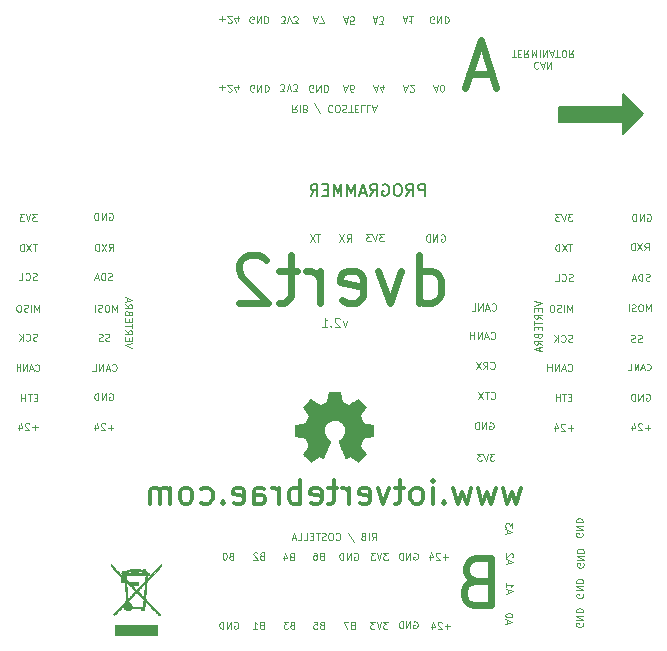
<source format=gbr>
%TF.GenerationSoftware,KiCad,Pcbnew,6.0.11+dfsg-1~bpo11+1*%
%TF.CreationDate,2023-07-05T16:28:11+02:00*%
%TF.ProjectId,dvert_21,64766572-745f-4323-912e-6b696361645f,rev?*%
%TF.SameCoordinates,Original*%
%TF.FileFunction,Legend,Bot*%
%TF.FilePolarity,Positive*%
%FSLAX46Y46*%
G04 Gerber Fmt 4.6, Leading zero omitted, Abs format (unit mm)*
G04 Created by KiCad (PCBNEW 6.0.11+dfsg-1~bpo11+1) date 2023-07-05 16:28:11*
%MOMM*%
%LPD*%
G01*
G04 APERTURE LIST*
%ADD10C,0.150000*%
%ADD11C,0.100000*%
%ADD12C,0.120000*%
%ADD13C,0.600000*%
%ADD14C,0.300000*%
%ADD15C,0.010000*%
G04 APERTURE END LIST*
D10*
G36*
X169200000Y-75300000D02*
G01*
X167500000Y-77000000D01*
X167500000Y-76000000D01*
X162100000Y-76000000D01*
X162100000Y-74700000D01*
X167500000Y-74700000D01*
X167500000Y-73600000D01*
X169200000Y-75300000D01*
G37*
X169200000Y-75300000D02*
X167500000Y-77000000D01*
X167500000Y-76000000D01*
X162100000Y-76000000D01*
X162100000Y-74700000D01*
X167500000Y-74700000D01*
X167500000Y-73600000D01*
X169200000Y-75300000D01*
D11*
X136242857Y-73410000D02*
X136185714Y-73438571D01*
X136100000Y-73438571D01*
X136014285Y-73410000D01*
X135957142Y-73352857D01*
X135928571Y-73295714D01*
X135900000Y-73181428D01*
X135900000Y-73095714D01*
X135928571Y-72981428D01*
X135957142Y-72924285D01*
X136014285Y-72867142D01*
X136100000Y-72838571D01*
X136157142Y-72838571D01*
X136242857Y-72867142D01*
X136271428Y-72895714D01*
X136271428Y-73095714D01*
X136157142Y-73095714D01*
X136528571Y-72838571D02*
X136528571Y-73438571D01*
X136871428Y-72838571D01*
X136871428Y-73438571D01*
X137157142Y-72838571D02*
X137157142Y-73438571D01*
X137300000Y-73438571D01*
X137385714Y-73410000D01*
X137442857Y-73352857D01*
X137471428Y-73295714D01*
X137500000Y-73181428D01*
X137500000Y-73095714D01*
X137471428Y-72981428D01*
X137442857Y-72924285D01*
X137385714Y-72867142D01*
X137300000Y-72838571D01*
X137157142Y-72838571D01*
D12*
X144111428Y-92829285D02*
X143932857Y-93329285D01*
X143754285Y-92829285D01*
X143504285Y-92650714D02*
X143468571Y-92615000D01*
X143397142Y-92579285D01*
X143218571Y-92579285D01*
X143147142Y-92615000D01*
X143111428Y-92650714D01*
X143075714Y-92722142D01*
X143075714Y-92793571D01*
X143111428Y-92900714D01*
X143540000Y-93329285D01*
X143075714Y-93329285D01*
X142754285Y-93257857D02*
X142718571Y-93293571D01*
X142754285Y-93329285D01*
X142790000Y-93293571D01*
X142754285Y-93257857D01*
X142754285Y-93329285D01*
X142004285Y-93329285D02*
X142432857Y-93329285D01*
X142218571Y-93329285D02*
X142218571Y-92579285D01*
X142290000Y-92686428D01*
X142361428Y-92757857D01*
X142432857Y-92793571D01*
D11*
X148891428Y-67210000D02*
X149177142Y-67210000D01*
X148834285Y-67038571D02*
X149034285Y-67638571D01*
X149234285Y-67038571D01*
X149748571Y-67038571D02*
X149405714Y-67038571D01*
X149577142Y-67038571D02*
X149577142Y-67638571D01*
X149520000Y-67552857D01*
X149462857Y-67495714D01*
X149405714Y-67467142D01*
X159991428Y-91171428D02*
X160591428Y-91371428D01*
X159991428Y-91571428D01*
X160277142Y-91771428D02*
X160277142Y-91971428D01*
X160591428Y-92057142D02*
X160591428Y-91771428D01*
X159991428Y-91771428D01*
X159991428Y-92057142D01*
X160591428Y-92657142D02*
X160305714Y-92457142D01*
X160591428Y-92314285D02*
X159991428Y-92314285D01*
X159991428Y-92542857D01*
X160020000Y-92600000D01*
X160048571Y-92628571D01*
X160105714Y-92657142D01*
X160191428Y-92657142D01*
X160248571Y-92628571D01*
X160277142Y-92600000D01*
X160305714Y-92542857D01*
X160305714Y-92314285D01*
X159991428Y-92828571D02*
X159991428Y-93171428D01*
X160591428Y-93000000D02*
X159991428Y-93000000D01*
X160277142Y-93371428D02*
X160277142Y-93571428D01*
X160591428Y-93657142D02*
X160591428Y-93371428D01*
X159991428Y-93371428D01*
X159991428Y-93657142D01*
X160277142Y-94114285D02*
X160305714Y-94200000D01*
X160334285Y-94228571D01*
X160391428Y-94257142D01*
X160477142Y-94257142D01*
X160534285Y-94228571D01*
X160562857Y-94200000D01*
X160591428Y-94142857D01*
X160591428Y-93914285D01*
X159991428Y-93914285D01*
X159991428Y-94114285D01*
X160020000Y-94171428D01*
X160048571Y-94200000D01*
X160105714Y-94228571D01*
X160162857Y-94228571D01*
X160220000Y-94200000D01*
X160248571Y-94171428D01*
X160277142Y-94114285D01*
X160277142Y-93914285D01*
X160591428Y-94857142D02*
X160305714Y-94657142D01*
X160591428Y-94514285D02*
X159991428Y-94514285D01*
X159991428Y-94742857D01*
X160020000Y-94800000D01*
X160048571Y-94828571D01*
X160105714Y-94857142D01*
X160191428Y-94857142D01*
X160248571Y-94828571D01*
X160277142Y-94800000D01*
X160305714Y-94742857D01*
X160305714Y-94514285D01*
X160420000Y-95085714D02*
X160420000Y-95371428D01*
X160591428Y-95028571D02*
X159991428Y-95228571D01*
X160591428Y-95428571D01*
X143841428Y-73030000D02*
X144127142Y-73030000D01*
X143784285Y-72858571D02*
X143984285Y-73458571D01*
X144184285Y-72858571D01*
X144641428Y-73458571D02*
X144527142Y-73458571D01*
X144470000Y-73430000D01*
X144441428Y-73401428D01*
X144384285Y-73315714D01*
X144355714Y-73201428D01*
X144355714Y-72972857D01*
X144384285Y-72915714D01*
X144412857Y-72887142D01*
X144470000Y-72858571D01*
X144584285Y-72858571D01*
X144641428Y-72887142D01*
X144670000Y-72915714D01*
X144698571Y-72972857D01*
X144698571Y-73115714D01*
X144670000Y-73172857D01*
X144641428Y-73201428D01*
X144584285Y-73230000D01*
X144470000Y-73230000D01*
X144412857Y-73201428D01*
X144384285Y-73172857D01*
X144355714Y-73115714D01*
X163182857Y-92081428D02*
X163182857Y-91481428D01*
X162982857Y-91910000D01*
X162782857Y-91481428D01*
X162782857Y-92081428D01*
X162497142Y-92081428D02*
X162497142Y-91481428D01*
X162240000Y-92052857D02*
X162154285Y-92081428D01*
X162011428Y-92081428D01*
X161954285Y-92052857D01*
X161925714Y-92024285D01*
X161897142Y-91967142D01*
X161897142Y-91910000D01*
X161925714Y-91852857D01*
X161954285Y-91824285D01*
X162011428Y-91795714D01*
X162125714Y-91767142D01*
X162182857Y-91738571D01*
X162211428Y-91710000D01*
X162240000Y-91652857D01*
X162240000Y-91595714D01*
X162211428Y-91538571D01*
X162182857Y-91510000D01*
X162125714Y-91481428D01*
X161982857Y-91481428D01*
X161897142Y-91510000D01*
X161525714Y-91481428D02*
X161411428Y-91481428D01*
X161354285Y-91510000D01*
X161297142Y-91567142D01*
X161268571Y-91681428D01*
X161268571Y-91881428D01*
X161297142Y-91995714D01*
X161354285Y-92052857D01*
X161411428Y-92081428D01*
X161525714Y-92081428D01*
X161582857Y-92052857D01*
X161640000Y-91995714D01*
X161668571Y-91881428D01*
X161668571Y-91681428D01*
X161640000Y-91567142D01*
X161582857Y-91510000D01*
X161525714Y-91481428D01*
X139472857Y-118597142D02*
X139387142Y-118625714D01*
X139358571Y-118654285D01*
X139330000Y-118711428D01*
X139330000Y-118797142D01*
X139358571Y-118854285D01*
X139387142Y-118882857D01*
X139444285Y-118911428D01*
X139672857Y-118911428D01*
X139672857Y-118311428D01*
X139472857Y-118311428D01*
X139415714Y-118340000D01*
X139387142Y-118368571D01*
X139358571Y-118425714D01*
X139358571Y-118482857D01*
X139387142Y-118540000D01*
X139415714Y-118568571D01*
X139472857Y-118597142D01*
X139672857Y-118597142D01*
X139130000Y-118311428D02*
X138758571Y-118311428D01*
X138958571Y-118540000D01*
X138872857Y-118540000D01*
X138815714Y-118568571D01*
X138787142Y-118597142D01*
X138758571Y-118654285D01*
X138758571Y-118797142D01*
X138787142Y-118854285D01*
X138815714Y-118882857D01*
X138872857Y-118911428D01*
X139044285Y-118911428D01*
X139101428Y-118882857D01*
X139130000Y-118854285D01*
X156270000Y-96854285D02*
X156298571Y-96882857D01*
X156384285Y-96911428D01*
X156441428Y-96911428D01*
X156527142Y-96882857D01*
X156584285Y-96825714D01*
X156612857Y-96768571D01*
X156641428Y-96654285D01*
X156641428Y-96568571D01*
X156612857Y-96454285D01*
X156584285Y-96397142D01*
X156527142Y-96340000D01*
X156441428Y-96311428D01*
X156384285Y-96311428D01*
X156298571Y-96340000D01*
X156270000Y-96368571D01*
X155670000Y-96911428D02*
X155870000Y-96625714D01*
X156012857Y-96911428D02*
X156012857Y-96311428D01*
X155784285Y-96311428D01*
X155727142Y-96340000D01*
X155698571Y-96368571D01*
X155670000Y-96425714D01*
X155670000Y-96511428D01*
X155698571Y-96568571D01*
X155727142Y-96597142D01*
X155784285Y-96625714D01*
X156012857Y-96625714D01*
X155470000Y-96311428D02*
X155070000Y-96911428D01*
X155070000Y-96311428D02*
X155470000Y-96911428D01*
X144582857Y-118607142D02*
X144497142Y-118635714D01*
X144468571Y-118664285D01*
X144440000Y-118721428D01*
X144440000Y-118807142D01*
X144468571Y-118864285D01*
X144497142Y-118892857D01*
X144554285Y-118921428D01*
X144782857Y-118921428D01*
X144782857Y-118321428D01*
X144582857Y-118321428D01*
X144525714Y-118350000D01*
X144497142Y-118378571D01*
X144468571Y-118435714D01*
X144468571Y-118492857D01*
X144497142Y-118550000D01*
X144525714Y-118578571D01*
X144582857Y-118607142D01*
X144782857Y-118607142D01*
X144240000Y-118321428D02*
X143840000Y-118321428D01*
X144097142Y-118921428D01*
X124248571Y-97034285D02*
X124277142Y-97062857D01*
X124362857Y-97091428D01*
X124420000Y-97091428D01*
X124505714Y-97062857D01*
X124562857Y-97005714D01*
X124591428Y-96948571D01*
X124620000Y-96834285D01*
X124620000Y-96748571D01*
X124591428Y-96634285D01*
X124562857Y-96577142D01*
X124505714Y-96520000D01*
X124420000Y-96491428D01*
X124362857Y-96491428D01*
X124277142Y-96520000D01*
X124248571Y-96548571D01*
X124020000Y-96920000D02*
X123734285Y-96920000D01*
X124077142Y-97091428D02*
X123877142Y-96491428D01*
X123677142Y-97091428D01*
X123477142Y-97091428D02*
X123477142Y-96491428D01*
X123134285Y-97091428D01*
X123134285Y-96491428D01*
X122562857Y-97091428D02*
X122848571Y-97091428D01*
X122848571Y-96491428D01*
X141281428Y-67230000D02*
X141567142Y-67230000D01*
X141224285Y-67058571D02*
X141424285Y-67658571D01*
X141624285Y-67058571D01*
X141767142Y-67658571D02*
X142167142Y-67658571D01*
X141910000Y-67058571D01*
X146211428Y-111391428D02*
X146411428Y-111105714D01*
X146554285Y-111391428D02*
X146554285Y-110791428D01*
X146325714Y-110791428D01*
X146268571Y-110820000D01*
X146240000Y-110848571D01*
X146211428Y-110905714D01*
X146211428Y-110991428D01*
X146240000Y-111048571D01*
X146268571Y-111077142D01*
X146325714Y-111105714D01*
X146554285Y-111105714D01*
X145954285Y-111391428D02*
X145954285Y-110791428D01*
X145468571Y-111077142D02*
X145382857Y-111105714D01*
X145354285Y-111134285D01*
X145325714Y-111191428D01*
X145325714Y-111277142D01*
X145354285Y-111334285D01*
X145382857Y-111362857D01*
X145440000Y-111391428D01*
X145668571Y-111391428D01*
X145668571Y-110791428D01*
X145468571Y-110791428D01*
X145411428Y-110820000D01*
X145382857Y-110848571D01*
X145354285Y-110905714D01*
X145354285Y-110962857D01*
X145382857Y-111020000D01*
X145411428Y-111048571D01*
X145468571Y-111077142D01*
X145668571Y-111077142D01*
X144182857Y-110762857D02*
X144697142Y-111534285D01*
X143182857Y-111334285D02*
X143211428Y-111362857D01*
X143297142Y-111391428D01*
X143354285Y-111391428D01*
X143440000Y-111362857D01*
X143497142Y-111305714D01*
X143525714Y-111248571D01*
X143554285Y-111134285D01*
X143554285Y-111048571D01*
X143525714Y-110934285D01*
X143497142Y-110877142D01*
X143440000Y-110820000D01*
X143354285Y-110791428D01*
X143297142Y-110791428D01*
X143211428Y-110820000D01*
X143182857Y-110848571D01*
X142811428Y-110791428D02*
X142697142Y-110791428D01*
X142640000Y-110820000D01*
X142582857Y-110877142D01*
X142554285Y-110991428D01*
X142554285Y-111191428D01*
X142582857Y-111305714D01*
X142640000Y-111362857D01*
X142697142Y-111391428D01*
X142811428Y-111391428D01*
X142868571Y-111362857D01*
X142925714Y-111305714D01*
X142954285Y-111191428D01*
X142954285Y-110991428D01*
X142925714Y-110877142D01*
X142868571Y-110820000D01*
X142811428Y-110791428D01*
X142325714Y-111362857D02*
X142240000Y-111391428D01*
X142097142Y-111391428D01*
X142040000Y-111362857D01*
X142011428Y-111334285D01*
X141982857Y-111277142D01*
X141982857Y-111220000D01*
X142011428Y-111162857D01*
X142040000Y-111134285D01*
X142097142Y-111105714D01*
X142211428Y-111077142D01*
X142268571Y-111048571D01*
X142297142Y-111020000D01*
X142325714Y-110962857D01*
X142325714Y-110905714D01*
X142297142Y-110848571D01*
X142268571Y-110820000D01*
X142211428Y-110791428D01*
X142068571Y-110791428D01*
X141982857Y-110820000D01*
X141811428Y-110791428D02*
X141468571Y-110791428D01*
X141640000Y-111391428D02*
X141640000Y-110791428D01*
X141268571Y-111077142D02*
X141068571Y-111077142D01*
X140982857Y-111391428D02*
X141268571Y-111391428D01*
X141268571Y-110791428D01*
X140982857Y-110791428D01*
X140440000Y-111391428D02*
X140725714Y-111391428D01*
X140725714Y-110791428D01*
X139954285Y-111391428D02*
X140240000Y-111391428D01*
X140240000Y-110791428D01*
X139782857Y-111220000D02*
X139497142Y-111220000D01*
X139840000Y-111391428D02*
X139640000Y-110791428D01*
X139440000Y-111391428D01*
D13*
X150206666Y-91299523D02*
X150206666Y-87299523D01*
X150206666Y-91109047D02*
X150587619Y-91299523D01*
X151349523Y-91299523D01*
X151730476Y-91109047D01*
X151920952Y-90918571D01*
X152111428Y-90537619D01*
X152111428Y-89394761D01*
X151920952Y-89013809D01*
X151730476Y-88823333D01*
X151349523Y-88632857D01*
X150587619Y-88632857D01*
X150206666Y-88823333D01*
X148682857Y-88632857D02*
X147730476Y-91299523D01*
X146778095Y-88632857D01*
X143730476Y-91109047D02*
X144111428Y-91299523D01*
X144873333Y-91299523D01*
X145254285Y-91109047D01*
X145444761Y-90728095D01*
X145444761Y-89204285D01*
X145254285Y-88823333D01*
X144873333Y-88632857D01*
X144111428Y-88632857D01*
X143730476Y-88823333D01*
X143540000Y-89204285D01*
X143540000Y-89585238D01*
X145444761Y-89966190D01*
X141825714Y-91299523D02*
X141825714Y-88632857D01*
X141825714Y-89394761D02*
X141635238Y-89013809D01*
X141444761Y-88823333D01*
X141063809Y-88632857D01*
X140682857Y-88632857D01*
X139920952Y-88632857D02*
X138397142Y-88632857D01*
X139349523Y-87299523D02*
X139349523Y-90728095D01*
X139159047Y-91109047D01*
X138778095Y-91299523D01*
X138397142Y-91299523D01*
X137254285Y-87680476D02*
X137063809Y-87490000D01*
X136682857Y-87299523D01*
X135730476Y-87299523D01*
X135349523Y-87490000D01*
X135159047Y-87680476D01*
X134968571Y-88061428D01*
X134968571Y-88442380D01*
X135159047Y-89013809D01*
X137444761Y-91299523D01*
X134968571Y-91299523D01*
D11*
X117871428Y-94502857D02*
X117785714Y-94531428D01*
X117642857Y-94531428D01*
X117585714Y-94502857D01*
X117557142Y-94474285D01*
X117528571Y-94417142D01*
X117528571Y-94360000D01*
X117557142Y-94302857D01*
X117585714Y-94274285D01*
X117642857Y-94245714D01*
X117757142Y-94217142D01*
X117814285Y-94188571D01*
X117842857Y-94160000D01*
X117871428Y-94102857D01*
X117871428Y-94045714D01*
X117842857Y-93988571D01*
X117814285Y-93960000D01*
X117757142Y-93931428D01*
X117614285Y-93931428D01*
X117528571Y-93960000D01*
X116928571Y-94474285D02*
X116957142Y-94502857D01*
X117042857Y-94531428D01*
X117100000Y-94531428D01*
X117185714Y-94502857D01*
X117242857Y-94445714D01*
X117271428Y-94388571D01*
X117300000Y-94274285D01*
X117300000Y-94188571D01*
X117271428Y-94074285D01*
X117242857Y-94017142D01*
X117185714Y-93960000D01*
X117100000Y-93931428D01*
X117042857Y-93931428D01*
X116957142Y-93960000D01*
X116928571Y-93988571D01*
X116671428Y-94531428D02*
X116671428Y-93931428D01*
X116328571Y-94531428D02*
X116585714Y-94188571D01*
X116328571Y-93931428D02*
X116671428Y-94274285D01*
X147562857Y-118321428D02*
X147191428Y-118321428D01*
X147391428Y-118550000D01*
X147305714Y-118550000D01*
X147248571Y-118578571D01*
X147220000Y-118607142D01*
X147191428Y-118664285D01*
X147191428Y-118807142D01*
X147220000Y-118864285D01*
X147248571Y-118892857D01*
X147305714Y-118921428D01*
X147477142Y-118921428D01*
X147534285Y-118892857D01*
X147562857Y-118864285D01*
X147020000Y-118321428D02*
X146820000Y-118921428D01*
X146620000Y-118321428D01*
X146477142Y-118321428D02*
X146105714Y-118321428D01*
X146305714Y-118550000D01*
X146220000Y-118550000D01*
X146162857Y-118578571D01*
X146134285Y-118607142D01*
X146105714Y-118664285D01*
X146105714Y-118807142D01*
X146134285Y-118864285D01*
X146162857Y-118892857D01*
X146220000Y-118921428D01*
X146391428Y-118921428D01*
X146448571Y-118892857D01*
X146477142Y-118864285D01*
X141252857Y-73430000D02*
X141195714Y-73458571D01*
X141110000Y-73458571D01*
X141024285Y-73430000D01*
X140967142Y-73372857D01*
X140938571Y-73315714D01*
X140910000Y-73201428D01*
X140910000Y-73115714D01*
X140938571Y-73001428D01*
X140967142Y-72944285D01*
X141024285Y-72887142D01*
X141110000Y-72858571D01*
X141167142Y-72858571D01*
X141252857Y-72887142D01*
X141281428Y-72915714D01*
X141281428Y-73115714D01*
X141167142Y-73115714D01*
X141538571Y-72858571D02*
X141538571Y-73458571D01*
X141881428Y-72858571D01*
X141881428Y-73458571D01*
X142167142Y-72858571D02*
X142167142Y-73458571D01*
X142310000Y-73458571D01*
X142395714Y-73430000D01*
X142452857Y-73372857D01*
X142481428Y-73315714D01*
X142510000Y-73201428D01*
X142510000Y-73115714D01*
X142481428Y-73001428D01*
X142452857Y-72944285D01*
X142395714Y-72887142D01*
X142310000Y-72858571D01*
X142167142Y-72858571D01*
X164100000Y-115957142D02*
X164128571Y-116014285D01*
X164128571Y-116100000D01*
X164100000Y-116185714D01*
X164042857Y-116242857D01*
X163985714Y-116271428D01*
X163871428Y-116300000D01*
X163785714Y-116300000D01*
X163671428Y-116271428D01*
X163614285Y-116242857D01*
X163557142Y-116185714D01*
X163528571Y-116100000D01*
X163528571Y-116042857D01*
X163557142Y-115957142D01*
X163585714Y-115928571D01*
X163785714Y-115928571D01*
X163785714Y-116042857D01*
X163528571Y-115671428D02*
X164128571Y-115671428D01*
X163528571Y-115328571D01*
X164128571Y-115328571D01*
X163528571Y-115042857D02*
X164128571Y-115042857D01*
X164128571Y-114900000D01*
X164100000Y-114814285D01*
X164042857Y-114757142D01*
X163985714Y-114728571D01*
X163871428Y-114700000D01*
X163785714Y-114700000D01*
X163671428Y-114728571D01*
X163614285Y-114757142D01*
X163557142Y-114814285D01*
X163528571Y-114900000D01*
X163528571Y-115042857D01*
X163280000Y-101922857D02*
X162822857Y-101922857D01*
X163051428Y-102151428D02*
X163051428Y-101694285D01*
X162565714Y-101608571D02*
X162537142Y-101580000D01*
X162480000Y-101551428D01*
X162337142Y-101551428D01*
X162280000Y-101580000D01*
X162251428Y-101608571D01*
X162222857Y-101665714D01*
X162222857Y-101722857D01*
X162251428Y-101808571D01*
X162594285Y-102151428D01*
X162222857Y-102151428D01*
X161708571Y-101751428D02*
X161708571Y-102151428D01*
X161851428Y-101522857D02*
X161994285Y-101951428D01*
X161622857Y-101951428D01*
X169810000Y-101892857D02*
X169352857Y-101892857D01*
X169581428Y-102121428D02*
X169581428Y-101664285D01*
X169095714Y-101578571D02*
X169067142Y-101550000D01*
X169010000Y-101521428D01*
X168867142Y-101521428D01*
X168810000Y-101550000D01*
X168781428Y-101578571D01*
X168752857Y-101635714D01*
X168752857Y-101692857D01*
X168781428Y-101778571D01*
X169124285Y-102121428D01*
X168752857Y-102121428D01*
X168238571Y-101721428D02*
X168238571Y-102121428D01*
X168381428Y-101492857D02*
X168524285Y-101921428D01*
X168152857Y-101921428D01*
X169486190Y-96966428D02*
X169512380Y-96992619D01*
X169590952Y-97018809D01*
X169643333Y-97018809D01*
X169721904Y-96992619D01*
X169774285Y-96940238D01*
X169800476Y-96887857D01*
X169826666Y-96783095D01*
X169826666Y-96704523D01*
X169800476Y-96599761D01*
X169774285Y-96547380D01*
X169721904Y-96495000D01*
X169643333Y-96468809D01*
X169590952Y-96468809D01*
X169512380Y-96495000D01*
X169486190Y-96521190D01*
X169276666Y-96861666D02*
X169014761Y-96861666D01*
X169329047Y-97018809D02*
X169145714Y-96468809D01*
X168962380Y-97018809D01*
X168779047Y-97018809D02*
X168779047Y-96468809D01*
X168464761Y-97018809D01*
X168464761Y-96468809D01*
X167940952Y-97018809D02*
X168202857Y-97018809D01*
X168202857Y-96468809D01*
X123987142Y-99000000D02*
X124044285Y-98971428D01*
X124130000Y-98971428D01*
X124215714Y-99000000D01*
X124272857Y-99057142D01*
X124301428Y-99114285D01*
X124330000Y-99228571D01*
X124330000Y-99314285D01*
X124301428Y-99428571D01*
X124272857Y-99485714D01*
X124215714Y-99542857D01*
X124130000Y-99571428D01*
X124072857Y-99571428D01*
X123987142Y-99542857D01*
X123958571Y-99514285D01*
X123958571Y-99314285D01*
X124072857Y-99314285D01*
X123701428Y-99571428D02*
X123701428Y-98971428D01*
X123358571Y-99571428D01*
X123358571Y-98971428D01*
X123072857Y-99571428D02*
X123072857Y-98971428D01*
X122930000Y-98971428D01*
X122844285Y-99000000D01*
X122787142Y-99057142D01*
X122758571Y-99114285D01*
X122730000Y-99228571D01*
X122730000Y-99314285D01*
X122758571Y-99428571D01*
X122787142Y-99485714D01*
X122844285Y-99542857D01*
X122930000Y-99571428D01*
X123072857Y-99571428D01*
X156187142Y-101450000D02*
X156244285Y-101421428D01*
X156330000Y-101421428D01*
X156415714Y-101450000D01*
X156472857Y-101507142D01*
X156501428Y-101564285D01*
X156530000Y-101678571D01*
X156530000Y-101764285D01*
X156501428Y-101878571D01*
X156472857Y-101935714D01*
X156415714Y-101992857D01*
X156330000Y-102021428D01*
X156272857Y-102021428D01*
X156187142Y-101992857D01*
X156158571Y-101964285D01*
X156158571Y-101764285D01*
X156272857Y-101764285D01*
X155901428Y-102021428D02*
X155901428Y-101421428D01*
X155558571Y-102021428D01*
X155558571Y-101421428D01*
X155272857Y-102021428D02*
X155272857Y-101421428D01*
X155130000Y-101421428D01*
X155044285Y-101450000D01*
X154987142Y-101507142D01*
X154958571Y-101564285D01*
X154930000Y-101678571D01*
X154930000Y-101764285D01*
X154958571Y-101878571D01*
X154987142Y-101935714D01*
X155044285Y-101992857D01*
X155130000Y-102021428D01*
X155272857Y-102021428D01*
X124228571Y-89372857D02*
X124142857Y-89401428D01*
X124000000Y-89401428D01*
X123942857Y-89372857D01*
X123914285Y-89344285D01*
X123885714Y-89287142D01*
X123885714Y-89230000D01*
X123914285Y-89172857D01*
X123942857Y-89144285D01*
X124000000Y-89115714D01*
X124114285Y-89087142D01*
X124171428Y-89058571D01*
X124200000Y-89030000D01*
X124228571Y-88972857D01*
X124228571Y-88915714D01*
X124200000Y-88858571D01*
X124171428Y-88830000D01*
X124114285Y-88801428D01*
X123971428Y-88801428D01*
X123885714Y-88830000D01*
X123628571Y-89401428D02*
X123628571Y-88801428D01*
X123485714Y-88801428D01*
X123400000Y-88830000D01*
X123342857Y-88887142D01*
X123314285Y-88944285D01*
X123285714Y-89058571D01*
X123285714Y-89144285D01*
X123314285Y-89258571D01*
X123342857Y-89315714D01*
X123400000Y-89372857D01*
X123485714Y-89401428D01*
X123628571Y-89401428D01*
X123057142Y-89230000D02*
X122771428Y-89230000D01*
X123114285Y-89401428D02*
X122914285Y-88801428D01*
X122714285Y-89401428D01*
X169310000Y-86881428D02*
X169510000Y-86595714D01*
X169652857Y-86881428D02*
X169652857Y-86281428D01*
X169424285Y-86281428D01*
X169367142Y-86310000D01*
X169338571Y-86338571D01*
X169310000Y-86395714D01*
X169310000Y-86481428D01*
X169338571Y-86538571D01*
X169367142Y-86567142D01*
X169424285Y-86595714D01*
X169652857Y-86595714D01*
X169110000Y-86281428D02*
X168710000Y-86881428D01*
X168710000Y-86281428D02*
X169110000Y-86881428D01*
X168481428Y-86881428D02*
X168481428Y-86281428D01*
X168338571Y-86281428D01*
X168252857Y-86310000D01*
X168195714Y-86367142D01*
X168167142Y-86424285D01*
X168138571Y-86538571D01*
X168138571Y-86624285D01*
X168167142Y-86738571D01*
X168195714Y-86795714D01*
X168252857Y-86852857D01*
X168338571Y-86881428D01*
X168481428Y-86881428D01*
X136192857Y-67620000D02*
X136135714Y-67648571D01*
X136050000Y-67648571D01*
X135964285Y-67620000D01*
X135907142Y-67562857D01*
X135878571Y-67505714D01*
X135850000Y-67391428D01*
X135850000Y-67305714D01*
X135878571Y-67191428D01*
X135907142Y-67134285D01*
X135964285Y-67077142D01*
X136050000Y-67048571D01*
X136107142Y-67048571D01*
X136192857Y-67077142D01*
X136221428Y-67105714D01*
X136221428Y-67305714D01*
X136107142Y-67305714D01*
X136478571Y-67048571D02*
X136478571Y-67648571D01*
X136821428Y-67048571D01*
X136821428Y-67648571D01*
X137107142Y-67048571D02*
X137107142Y-67648571D01*
X137250000Y-67648571D01*
X137335714Y-67620000D01*
X137392857Y-67562857D01*
X137421428Y-67505714D01*
X137450000Y-67391428D01*
X137450000Y-67305714D01*
X137421428Y-67191428D01*
X137392857Y-67134285D01*
X137335714Y-67077142D01*
X137250000Y-67048571D01*
X137107142Y-67048571D01*
X117867142Y-86361428D02*
X117524285Y-86361428D01*
X117695714Y-86961428D02*
X117695714Y-86361428D01*
X117381428Y-86361428D02*
X116981428Y-86961428D01*
X116981428Y-86361428D02*
X117381428Y-86961428D01*
X116752857Y-86961428D02*
X116752857Y-86361428D01*
X116610000Y-86361428D01*
X116524285Y-86390000D01*
X116467142Y-86447142D01*
X116438571Y-86504285D01*
X116410000Y-86618571D01*
X116410000Y-86704285D01*
X116438571Y-86818571D01*
X116467142Y-86875714D01*
X116524285Y-86932857D01*
X116610000Y-86961428D01*
X116752857Y-86961428D01*
X156602857Y-104081428D02*
X156231428Y-104081428D01*
X156431428Y-104310000D01*
X156345714Y-104310000D01*
X156288571Y-104338571D01*
X156260000Y-104367142D01*
X156231428Y-104424285D01*
X156231428Y-104567142D01*
X156260000Y-104624285D01*
X156288571Y-104652857D01*
X156345714Y-104681428D01*
X156517142Y-104681428D01*
X156574285Y-104652857D01*
X156602857Y-104624285D01*
X156060000Y-104081428D02*
X155860000Y-104681428D01*
X155660000Y-104081428D01*
X155517142Y-104081428D02*
X155145714Y-104081428D01*
X155345714Y-104310000D01*
X155260000Y-104310000D01*
X155202857Y-104338571D01*
X155174285Y-104367142D01*
X155145714Y-104424285D01*
X155145714Y-104567142D01*
X155174285Y-104624285D01*
X155202857Y-104652857D01*
X155260000Y-104681428D01*
X155431428Y-104681428D01*
X155488571Y-104652857D01*
X155517142Y-104624285D01*
X134577142Y-118340000D02*
X134634285Y-118311428D01*
X134720000Y-118311428D01*
X134805714Y-118340000D01*
X134862857Y-118397142D01*
X134891428Y-118454285D01*
X134920000Y-118568571D01*
X134920000Y-118654285D01*
X134891428Y-118768571D01*
X134862857Y-118825714D01*
X134805714Y-118882857D01*
X134720000Y-118911428D01*
X134662857Y-118911428D01*
X134577142Y-118882857D01*
X134548571Y-118854285D01*
X134548571Y-118654285D01*
X134662857Y-118654285D01*
X134291428Y-118911428D02*
X134291428Y-118311428D01*
X133948571Y-118911428D01*
X133948571Y-118311428D01*
X133662857Y-118911428D02*
X133662857Y-118311428D01*
X133520000Y-118311428D01*
X133434285Y-118340000D01*
X133377142Y-118397142D01*
X133348571Y-118454285D01*
X133320000Y-118568571D01*
X133320000Y-118654285D01*
X133348571Y-118768571D01*
X133377142Y-118825714D01*
X133434285Y-118882857D01*
X133520000Y-118911428D01*
X133662857Y-118911428D01*
X117891428Y-99357142D02*
X117691428Y-99357142D01*
X117605714Y-99671428D02*
X117891428Y-99671428D01*
X117891428Y-99071428D01*
X117605714Y-99071428D01*
X117434285Y-99071428D02*
X117091428Y-99071428D01*
X117262857Y-99671428D02*
X117262857Y-99071428D01*
X116891428Y-99671428D02*
X116891428Y-99071428D01*
X116891428Y-99357142D02*
X116548571Y-99357142D01*
X116548571Y-99671428D02*
X116548571Y-99071428D01*
X118052857Y-92061428D02*
X118052857Y-91461428D01*
X117852857Y-91890000D01*
X117652857Y-91461428D01*
X117652857Y-92061428D01*
X117367142Y-92061428D02*
X117367142Y-91461428D01*
X117110000Y-92032857D02*
X117024285Y-92061428D01*
X116881428Y-92061428D01*
X116824285Y-92032857D01*
X116795714Y-92004285D01*
X116767142Y-91947142D01*
X116767142Y-91890000D01*
X116795714Y-91832857D01*
X116824285Y-91804285D01*
X116881428Y-91775714D01*
X116995714Y-91747142D01*
X117052857Y-91718571D01*
X117081428Y-91690000D01*
X117110000Y-91632857D01*
X117110000Y-91575714D01*
X117081428Y-91518571D01*
X117052857Y-91490000D01*
X116995714Y-91461428D01*
X116852857Y-91461428D01*
X116767142Y-91490000D01*
X116395714Y-91461428D02*
X116281428Y-91461428D01*
X116224285Y-91490000D01*
X116167142Y-91547142D01*
X116138571Y-91661428D01*
X116138571Y-91861428D01*
X116167142Y-91975714D01*
X116224285Y-92032857D01*
X116281428Y-92061428D01*
X116395714Y-92061428D01*
X116452857Y-92032857D01*
X116510000Y-91975714D01*
X116538571Y-91861428D01*
X116538571Y-91661428D01*
X116510000Y-91547142D01*
X116452857Y-91490000D01*
X116395714Y-91461428D01*
X144737142Y-112510000D02*
X144794285Y-112481428D01*
X144880000Y-112481428D01*
X144965714Y-112510000D01*
X145022857Y-112567142D01*
X145051428Y-112624285D01*
X145080000Y-112738571D01*
X145080000Y-112824285D01*
X145051428Y-112938571D01*
X145022857Y-112995714D01*
X144965714Y-113052857D01*
X144880000Y-113081428D01*
X144822857Y-113081428D01*
X144737142Y-113052857D01*
X144708571Y-113024285D01*
X144708571Y-112824285D01*
X144822857Y-112824285D01*
X144451428Y-113081428D02*
X144451428Y-112481428D01*
X144108571Y-113081428D01*
X144108571Y-112481428D01*
X143822857Y-113081428D02*
X143822857Y-112481428D01*
X143680000Y-112481428D01*
X143594285Y-112510000D01*
X143537142Y-112567142D01*
X143508571Y-112624285D01*
X143480000Y-112738571D01*
X143480000Y-112824285D01*
X143508571Y-112938571D01*
X143537142Y-112995714D01*
X143594285Y-113052857D01*
X143680000Y-113081428D01*
X143822857Y-113081428D01*
X141982857Y-118607142D02*
X141897142Y-118635714D01*
X141868571Y-118664285D01*
X141840000Y-118721428D01*
X141840000Y-118807142D01*
X141868571Y-118864285D01*
X141897142Y-118892857D01*
X141954285Y-118921428D01*
X142182857Y-118921428D01*
X142182857Y-118321428D01*
X141982857Y-118321428D01*
X141925714Y-118350000D01*
X141897142Y-118378571D01*
X141868571Y-118435714D01*
X141868571Y-118492857D01*
X141897142Y-118550000D01*
X141925714Y-118578571D01*
X141982857Y-118607142D01*
X142182857Y-118607142D01*
X141297142Y-118321428D02*
X141582857Y-118321428D01*
X141611428Y-118607142D01*
X141582857Y-118578571D01*
X141525714Y-118550000D01*
X141382857Y-118550000D01*
X141325714Y-118578571D01*
X141297142Y-118607142D01*
X141268571Y-118664285D01*
X141268571Y-118807142D01*
X141297142Y-118864285D01*
X141325714Y-118892857D01*
X141382857Y-118921428D01*
X141525714Y-118921428D01*
X141582857Y-118892857D01*
X141611428Y-118864285D01*
X162840000Y-97034285D02*
X162868571Y-97062857D01*
X162954285Y-97091428D01*
X163011428Y-97091428D01*
X163097142Y-97062857D01*
X163154285Y-97005714D01*
X163182857Y-96948571D01*
X163211428Y-96834285D01*
X163211428Y-96748571D01*
X163182857Y-96634285D01*
X163154285Y-96577142D01*
X163097142Y-96520000D01*
X163011428Y-96491428D01*
X162954285Y-96491428D01*
X162868571Y-96520000D01*
X162840000Y-96548571D01*
X162611428Y-96920000D02*
X162325714Y-96920000D01*
X162668571Y-97091428D02*
X162468571Y-96491428D01*
X162268571Y-97091428D01*
X162068571Y-97091428D02*
X162068571Y-96491428D01*
X161725714Y-97091428D01*
X161725714Y-96491428D01*
X161440000Y-97091428D02*
X161440000Y-96491428D01*
X161440000Y-96777142D02*
X161097142Y-96777142D01*
X161097142Y-97091428D02*
X161097142Y-96491428D01*
X141942857Y-112757142D02*
X141857142Y-112785714D01*
X141828571Y-112814285D01*
X141800000Y-112871428D01*
X141800000Y-112957142D01*
X141828571Y-113014285D01*
X141857142Y-113042857D01*
X141914285Y-113071428D01*
X142142857Y-113071428D01*
X142142857Y-112471428D01*
X141942857Y-112471428D01*
X141885714Y-112500000D01*
X141857142Y-112528571D01*
X141828571Y-112585714D01*
X141828571Y-112642857D01*
X141857142Y-112700000D01*
X141885714Y-112728571D01*
X141942857Y-112757142D01*
X142142857Y-112757142D01*
X141285714Y-112471428D02*
X141400000Y-112471428D01*
X141457142Y-112500000D01*
X141485714Y-112528571D01*
X141542857Y-112614285D01*
X141571428Y-112728571D01*
X141571428Y-112957142D01*
X141542857Y-113014285D01*
X141514285Y-113042857D01*
X141457142Y-113071428D01*
X141342857Y-113071428D01*
X141285714Y-113042857D01*
X141257142Y-113014285D01*
X141228571Y-112957142D01*
X141228571Y-112814285D01*
X141257142Y-112757142D01*
X141285714Y-112728571D01*
X141342857Y-112700000D01*
X141457142Y-112700000D01*
X141514285Y-112728571D01*
X141542857Y-112757142D01*
X141571428Y-112814285D01*
X117852857Y-83821428D02*
X117481428Y-83821428D01*
X117681428Y-84050000D01*
X117595714Y-84050000D01*
X117538571Y-84078571D01*
X117510000Y-84107142D01*
X117481428Y-84164285D01*
X117481428Y-84307142D01*
X117510000Y-84364285D01*
X117538571Y-84392857D01*
X117595714Y-84421428D01*
X117767142Y-84421428D01*
X117824285Y-84392857D01*
X117852857Y-84364285D01*
X117310000Y-83821428D02*
X117110000Y-84421428D01*
X116910000Y-83821428D01*
X116767142Y-83821428D02*
X116395714Y-83821428D01*
X116595714Y-84050000D01*
X116510000Y-84050000D01*
X116452857Y-84078571D01*
X116424285Y-84107142D01*
X116395714Y-84164285D01*
X116395714Y-84307142D01*
X116424285Y-84364285D01*
X116452857Y-84392857D01*
X116510000Y-84421428D01*
X116681428Y-84421428D01*
X116738571Y-84392857D01*
X116767142Y-84364285D01*
D13*
X154954285Y-114844285D02*
X154382857Y-115034761D01*
X154192380Y-115225238D01*
X154001904Y-115606190D01*
X154001904Y-116177619D01*
X154192380Y-116558571D01*
X154382857Y-116749047D01*
X154763809Y-116939523D01*
X156287619Y-116939523D01*
X156287619Y-112939523D01*
X154954285Y-112939523D01*
X154573333Y-113130000D01*
X154382857Y-113320476D01*
X154192380Y-113701428D01*
X154192380Y-114082380D01*
X154382857Y-114463333D01*
X154573333Y-114653809D01*
X154954285Y-114844285D01*
X156287619Y-114844285D01*
D11*
X117920000Y-101852857D02*
X117462857Y-101852857D01*
X117691428Y-102081428D02*
X117691428Y-101624285D01*
X117205714Y-101538571D02*
X117177142Y-101510000D01*
X117120000Y-101481428D01*
X116977142Y-101481428D01*
X116920000Y-101510000D01*
X116891428Y-101538571D01*
X116862857Y-101595714D01*
X116862857Y-101652857D01*
X116891428Y-101738571D01*
X117234285Y-102081428D01*
X116862857Y-102081428D01*
X116348571Y-101681428D02*
X116348571Y-102081428D01*
X116491428Y-101452857D02*
X116634285Y-101881428D01*
X116262857Y-101881428D01*
X136862857Y-118597142D02*
X136777142Y-118625714D01*
X136748571Y-118654285D01*
X136720000Y-118711428D01*
X136720000Y-118797142D01*
X136748571Y-118854285D01*
X136777142Y-118882857D01*
X136834285Y-118911428D01*
X137062857Y-118911428D01*
X137062857Y-118311428D01*
X136862857Y-118311428D01*
X136805714Y-118340000D01*
X136777142Y-118368571D01*
X136748571Y-118425714D01*
X136748571Y-118482857D01*
X136777142Y-118540000D01*
X136805714Y-118568571D01*
X136862857Y-118597142D01*
X137062857Y-118597142D01*
X136148571Y-118911428D02*
X136491428Y-118911428D01*
X136320000Y-118911428D02*
X136320000Y-118311428D01*
X136377142Y-118397142D01*
X136434285Y-118454285D01*
X136491428Y-118482857D01*
X163121428Y-99327142D02*
X162921428Y-99327142D01*
X162835714Y-99641428D02*
X163121428Y-99641428D01*
X163121428Y-99041428D01*
X162835714Y-99041428D01*
X162664285Y-99041428D02*
X162321428Y-99041428D01*
X162492857Y-99641428D02*
X162492857Y-99041428D01*
X162121428Y-99641428D02*
X162121428Y-99041428D01*
X162121428Y-99327142D02*
X161778571Y-99327142D01*
X161778571Y-99641428D02*
X161778571Y-99041428D01*
X139848571Y-74578571D02*
X139648571Y-74864285D01*
X139505714Y-74578571D02*
X139505714Y-75178571D01*
X139734285Y-75178571D01*
X139791428Y-75150000D01*
X139820000Y-75121428D01*
X139848571Y-75064285D01*
X139848571Y-74978571D01*
X139820000Y-74921428D01*
X139791428Y-74892857D01*
X139734285Y-74864285D01*
X139505714Y-74864285D01*
X140105714Y-74578571D02*
X140105714Y-75178571D01*
X140591428Y-74892857D02*
X140677142Y-74864285D01*
X140705714Y-74835714D01*
X140734285Y-74778571D01*
X140734285Y-74692857D01*
X140705714Y-74635714D01*
X140677142Y-74607142D01*
X140620000Y-74578571D01*
X140391428Y-74578571D01*
X140391428Y-75178571D01*
X140591428Y-75178571D01*
X140648571Y-75150000D01*
X140677142Y-75121428D01*
X140705714Y-75064285D01*
X140705714Y-75007142D01*
X140677142Y-74950000D01*
X140648571Y-74921428D01*
X140591428Y-74892857D01*
X140391428Y-74892857D01*
X141877142Y-75207142D02*
X141362857Y-74435714D01*
X142877142Y-74635714D02*
X142848571Y-74607142D01*
X142762857Y-74578571D01*
X142705714Y-74578571D01*
X142620000Y-74607142D01*
X142562857Y-74664285D01*
X142534285Y-74721428D01*
X142505714Y-74835714D01*
X142505714Y-74921428D01*
X142534285Y-75035714D01*
X142562857Y-75092857D01*
X142620000Y-75150000D01*
X142705714Y-75178571D01*
X142762857Y-75178571D01*
X142848571Y-75150000D01*
X142877142Y-75121428D01*
X143248571Y-75178571D02*
X143362857Y-75178571D01*
X143420000Y-75150000D01*
X143477142Y-75092857D01*
X143505714Y-74978571D01*
X143505714Y-74778571D01*
X143477142Y-74664285D01*
X143420000Y-74607142D01*
X143362857Y-74578571D01*
X143248571Y-74578571D01*
X143191428Y-74607142D01*
X143134285Y-74664285D01*
X143105714Y-74778571D01*
X143105714Y-74978571D01*
X143134285Y-75092857D01*
X143191428Y-75150000D01*
X143248571Y-75178571D01*
X143734285Y-74607142D02*
X143820000Y-74578571D01*
X143962857Y-74578571D01*
X144020000Y-74607142D01*
X144048571Y-74635714D01*
X144077142Y-74692857D01*
X144077142Y-74750000D01*
X144048571Y-74807142D01*
X144020000Y-74835714D01*
X143962857Y-74864285D01*
X143848571Y-74892857D01*
X143791428Y-74921428D01*
X143762857Y-74950000D01*
X143734285Y-75007142D01*
X143734285Y-75064285D01*
X143762857Y-75121428D01*
X143791428Y-75150000D01*
X143848571Y-75178571D01*
X143991428Y-75178571D01*
X144077142Y-75150000D01*
X144248571Y-75178571D02*
X144591428Y-75178571D01*
X144420000Y-74578571D02*
X144420000Y-75178571D01*
X144791428Y-74892857D02*
X144991428Y-74892857D01*
X145077142Y-74578571D02*
X144791428Y-74578571D01*
X144791428Y-75178571D01*
X145077142Y-75178571D01*
X145620000Y-74578571D02*
X145334285Y-74578571D01*
X145334285Y-75178571D01*
X146105714Y-74578571D02*
X145820000Y-74578571D01*
X145820000Y-75178571D01*
X146277142Y-74750000D02*
X146562857Y-74750000D01*
X146220000Y-74578571D02*
X146420000Y-75178571D01*
X146620000Y-74578571D01*
X141877142Y-85531428D02*
X141534285Y-85531428D01*
X141705714Y-86131428D02*
X141705714Y-85531428D01*
X141391428Y-85531428D02*
X140991428Y-86131428D01*
X140991428Y-85531428D02*
X141391428Y-86131428D01*
X147222857Y-85521428D02*
X146851428Y-85521428D01*
X147051428Y-85750000D01*
X146965714Y-85750000D01*
X146908571Y-85778571D01*
X146880000Y-85807142D01*
X146851428Y-85864285D01*
X146851428Y-86007142D01*
X146880000Y-86064285D01*
X146908571Y-86092857D01*
X146965714Y-86121428D01*
X147137142Y-86121428D01*
X147194285Y-86092857D01*
X147222857Y-86064285D01*
X146680000Y-85521428D02*
X146480000Y-86121428D01*
X146280000Y-85521428D01*
X146137142Y-85521428D02*
X145765714Y-85521428D01*
X145965714Y-85750000D01*
X145880000Y-85750000D01*
X145822857Y-85778571D01*
X145794285Y-85807142D01*
X145765714Y-85864285D01*
X145765714Y-86007142D01*
X145794285Y-86064285D01*
X145822857Y-86092857D01*
X145880000Y-86121428D01*
X146051428Y-86121428D01*
X146108571Y-86092857D01*
X146137142Y-86064285D01*
X133310000Y-67267142D02*
X133767142Y-67267142D01*
X133538571Y-67038571D02*
X133538571Y-67495714D01*
X134024285Y-67581428D02*
X134052857Y-67610000D01*
X134110000Y-67638571D01*
X134252857Y-67638571D01*
X134310000Y-67610000D01*
X134338571Y-67581428D01*
X134367142Y-67524285D01*
X134367142Y-67467142D01*
X134338571Y-67381428D01*
X133995714Y-67038571D01*
X134367142Y-67038571D01*
X134881428Y-67438571D02*
X134881428Y-67038571D01*
X134738571Y-67667142D02*
X134595714Y-67238571D01*
X134967142Y-67238571D01*
X169517142Y-83810000D02*
X169574285Y-83781428D01*
X169660000Y-83781428D01*
X169745714Y-83810000D01*
X169802857Y-83867142D01*
X169831428Y-83924285D01*
X169860000Y-84038571D01*
X169860000Y-84124285D01*
X169831428Y-84238571D01*
X169802857Y-84295714D01*
X169745714Y-84352857D01*
X169660000Y-84381428D01*
X169602857Y-84381428D01*
X169517142Y-84352857D01*
X169488571Y-84324285D01*
X169488571Y-84124285D01*
X169602857Y-84124285D01*
X169231428Y-84381428D02*
X169231428Y-83781428D01*
X168888571Y-84381428D01*
X168888571Y-83781428D01*
X168602857Y-84381428D02*
X168602857Y-83781428D01*
X168460000Y-83781428D01*
X168374285Y-83810000D01*
X168317142Y-83867142D01*
X168288571Y-83924285D01*
X168260000Y-84038571D01*
X168260000Y-84124285D01*
X168288571Y-84238571D01*
X168317142Y-84295714D01*
X168374285Y-84352857D01*
X168460000Y-84381428D01*
X168602857Y-84381428D01*
X156368571Y-91914285D02*
X156397142Y-91942857D01*
X156482857Y-91971428D01*
X156540000Y-91971428D01*
X156625714Y-91942857D01*
X156682857Y-91885714D01*
X156711428Y-91828571D01*
X156740000Y-91714285D01*
X156740000Y-91628571D01*
X156711428Y-91514285D01*
X156682857Y-91457142D01*
X156625714Y-91400000D01*
X156540000Y-91371428D01*
X156482857Y-91371428D01*
X156397142Y-91400000D01*
X156368571Y-91428571D01*
X156140000Y-91800000D02*
X155854285Y-91800000D01*
X156197142Y-91971428D02*
X155997142Y-91371428D01*
X155797142Y-91971428D01*
X155597142Y-91971428D02*
X155597142Y-91371428D01*
X155254285Y-91971428D01*
X155254285Y-91371428D01*
X154682857Y-91971428D02*
X154968571Y-91971428D01*
X154968571Y-91371428D01*
X157750000Y-115888571D02*
X157750000Y-115602857D01*
X157578571Y-115945714D02*
X158178571Y-115745714D01*
X157578571Y-115545714D01*
X157578571Y-115031428D02*
X157578571Y-115374285D01*
X157578571Y-115202857D02*
X158178571Y-115202857D01*
X158092857Y-115260000D01*
X158035714Y-115317142D01*
X158007142Y-115374285D01*
X123967142Y-83740000D02*
X124024285Y-83711428D01*
X124110000Y-83711428D01*
X124195714Y-83740000D01*
X124252857Y-83797142D01*
X124281428Y-83854285D01*
X124310000Y-83968571D01*
X124310000Y-84054285D01*
X124281428Y-84168571D01*
X124252857Y-84225714D01*
X124195714Y-84282857D01*
X124110000Y-84311428D01*
X124052857Y-84311428D01*
X123967142Y-84282857D01*
X123938571Y-84254285D01*
X123938571Y-84054285D01*
X124052857Y-84054285D01*
X123681428Y-84311428D02*
X123681428Y-83711428D01*
X123338571Y-84311428D01*
X123338571Y-83711428D01*
X123052857Y-84311428D02*
X123052857Y-83711428D01*
X122910000Y-83711428D01*
X122824285Y-83740000D01*
X122767142Y-83797142D01*
X122738571Y-83854285D01*
X122710000Y-83968571D01*
X122710000Y-84054285D01*
X122738571Y-84168571D01*
X122767142Y-84225714D01*
X122824285Y-84282857D01*
X122910000Y-84311428D01*
X123052857Y-84311428D01*
X152680000Y-112842857D02*
X152222857Y-112842857D01*
X152451428Y-113071428D02*
X152451428Y-112614285D01*
X151965714Y-112528571D02*
X151937142Y-112500000D01*
X151880000Y-112471428D01*
X151737142Y-112471428D01*
X151680000Y-112500000D01*
X151651428Y-112528571D01*
X151622857Y-112585714D01*
X151622857Y-112642857D01*
X151651428Y-112728571D01*
X151994285Y-113071428D01*
X151622857Y-113071428D01*
X151108571Y-112671428D02*
X151108571Y-113071428D01*
X151251428Y-112442857D02*
X151394285Y-112871428D01*
X151022857Y-112871428D01*
X164070000Y-118427142D02*
X164098571Y-118484285D01*
X164098571Y-118570000D01*
X164070000Y-118655714D01*
X164012857Y-118712857D01*
X163955714Y-118741428D01*
X163841428Y-118770000D01*
X163755714Y-118770000D01*
X163641428Y-118741428D01*
X163584285Y-118712857D01*
X163527142Y-118655714D01*
X163498571Y-118570000D01*
X163498571Y-118512857D01*
X163527142Y-118427142D01*
X163555714Y-118398571D01*
X163755714Y-118398571D01*
X163755714Y-118512857D01*
X163498571Y-118141428D02*
X164098571Y-118141428D01*
X163498571Y-117798571D01*
X164098571Y-117798571D01*
X163498571Y-117512857D02*
X164098571Y-117512857D01*
X164098571Y-117370000D01*
X164070000Y-117284285D01*
X164012857Y-117227142D01*
X163955714Y-117198571D01*
X163841428Y-117170000D01*
X163755714Y-117170000D01*
X163641428Y-117198571D01*
X163584285Y-117227142D01*
X163527142Y-117284285D01*
X163498571Y-117370000D01*
X163498571Y-117512857D01*
X123997142Y-94522857D02*
X123911428Y-94551428D01*
X123768571Y-94551428D01*
X123711428Y-94522857D01*
X123682857Y-94494285D01*
X123654285Y-94437142D01*
X123654285Y-94380000D01*
X123682857Y-94322857D01*
X123711428Y-94294285D01*
X123768571Y-94265714D01*
X123882857Y-94237142D01*
X123940000Y-94208571D01*
X123968571Y-94180000D01*
X123997142Y-94122857D01*
X123997142Y-94065714D01*
X123968571Y-94008571D01*
X123940000Y-93980000D01*
X123882857Y-93951428D01*
X123740000Y-93951428D01*
X123654285Y-93980000D01*
X123425714Y-94522857D02*
X123340000Y-94551428D01*
X123197142Y-94551428D01*
X123140000Y-94522857D01*
X123111428Y-94494285D01*
X123082857Y-94437142D01*
X123082857Y-94380000D01*
X123111428Y-94322857D01*
X123140000Y-94294285D01*
X123197142Y-94265714D01*
X123311428Y-94237142D01*
X123368571Y-94208571D01*
X123397142Y-94180000D01*
X123425714Y-94122857D01*
X123425714Y-94065714D01*
X123397142Y-94008571D01*
X123368571Y-93980000D01*
X123311428Y-93951428D01*
X123168571Y-93951428D01*
X123082857Y-93980000D01*
X169427142Y-99040000D02*
X169484285Y-99011428D01*
X169570000Y-99011428D01*
X169655714Y-99040000D01*
X169712857Y-99097142D01*
X169741428Y-99154285D01*
X169770000Y-99268571D01*
X169770000Y-99354285D01*
X169741428Y-99468571D01*
X169712857Y-99525714D01*
X169655714Y-99582857D01*
X169570000Y-99611428D01*
X169512857Y-99611428D01*
X169427142Y-99582857D01*
X169398571Y-99554285D01*
X169398571Y-99354285D01*
X169512857Y-99354285D01*
X169141428Y-99611428D02*
X169141428Y-99011428D01*
X168798571Y-99611428D01*
X168798571Y-99011428D01*
X168512857Y-99611428D02*
X168512857Y-99011428D01*
X168370000Y-99011428D01*
X168284285Y-99040000D01*
X168227142Y-99097142D01*
X168198571Y-99154285D01*
X168170000Y-99268571D01*
X168170000Y-99354285D01*
X168198571Y-99468571D01*
X168227142Y-99525714D01*
X168284285Y-99582857D01*
X168370000Y-99611428D01*
X168512857Y-99611428D01*
D14*
X158829523Y-106991428D02*
X158448571Y-108324761D01*
X158067619Y-107372380D01*
X157686666Y-108324761D01*
X157305714Y-106991428D01*
X156734285Y-106991428D02*
X156353333Y-108324761D01*
X155972380Y-107372380D01*
X155591428Y-108324761D01*
X155210476Y-106991428D01*
X154639047Y-106991428D02*
X154258095Y-108324761D01*
X153877142Y-107372380D01*
X153496190Y-108324761D01*
X153115238Y-106991428D01*
X152353333Y-108134285D02*
X152258095Y-108229523D01*
X152353333Y-108324761D01*
X152448571Y-108229523D01*
X152353333Y-108134285D01*
X152353333Y-108324761D01*
X151400952Y-108324761D02*
X151400952Y-106991428D01*
X151400952Y-106324761D02*
X151496190Y-106420000D01*
X151400952Y-106515238D01*
X151305714Y-106420000D01*
X151400952Y-106324761D01*
X151400952Y-106515238D01*
X150162857Y-108324761D02*
X150353333Y-108229523D01*
X150448571Y-108134285D01*
X150543809Y-107943809D01*
X150543809Y-107372380D01*
X150448571Y-107181904D01*
X150353333Y-107086666D01*
X150162857Y-106991428D01*
X149877142Y-106991428D01*
X149686666Y-107086666D01*
X149591428Y-107181904D01*
X149496190Y-107372380D01*
X149496190Y-107943809D01*
X149591428Y-108134285D01*
X149686666Y-108229523D01*
X149877142Y-108324761D01*
X150162857Y-108324761D01*
X148924761Y-106991428D02*
X148162857Y-106991428D01*
X148639047Y-106324761D02*
X148639047Y-108039047D01*
X148543809Y-108229523D01*
X148353333Y-108324761D01*
X148162857Y-108324761D01*
X147686666Y-106991428D02*
X147210476Y-108324761D01*
X146734285Y-106991428D01*
X145210476Y-108229523D02*
X145400952Y-108324761D01*
X145781904Y-108324761D01*
X145972380Y-108229523D01*
X146067619Y-108039047D01*
X146067619Y-107277142D01*
X145972380Y-107086666D01*
X145781904Y-106991428D01*
X145400952Y-106991428D01*
X145210476Y-107086666D01*
X145115238Y-107277142D01*
X145115238Y-107467619D01*
X146067619Y-107658095D01*
X144258095Y-108324761D02*
X144258095Y-106991428D01*
X144258095Y-107372380D02*
X144162857Y-107181904D01*
X144067619Y-107086666D01*
X143877142Y-106991428D01*
X143686666Y-106991428D01*
X143305714Y-106991428D02*
X142543809Y-106991428D01*
X143020000Y-106324761D02*
X143020000Y-108039047D01*
X142924761Y-108229523D01*
X142734285Y-108324761D01*
X142543809Y-108324761D01*
X141115238Y-108229523D02*
X141305714Y-108324761D01*
X141686666Y-108324761D01*
X141877142Y-108229523D01*
X141972380Y-108039047D01*
X141972380Y-107277142D01*
X141877142Y-107086666D01*
X141686666Y-106991428D01*
X141305714Y-106991428D01*
X141115238Y-107086666D01*
X141020000Y-107277142D01*
X141020000Y-107467619D01*
X141972380Y-107658095D01*
X140162857Y-108324761D02*
X140162857Y-106324761D01*
X140162857Y-107086666D02*
X139972380Y-106991428D01*
X139591428Y-106991428D01*
X139400952Y-107086666D01*
X139305714Y-107181904D01*
X139210476Y-107372380D01*
X139210476Y-107943809D01*
X139305714Y-108134285D01*
X139400952Y-108229523D01*
X139591428Y-108324761D01*
X139972380Y-108324761D01*
X140162857Y-108229523D01*
X138353333Y-108324761D02*
X138353333Y-106991428D01*
X138353333Y-107372380D02*
X138258095Y-107181904D01*
X138162857Y-107086666D01*
X137972380Y-106991428D01*
X137781904Y-106991428D01*
X136258095Y-108324761D02*
X136258095Y-107277142D01*
X136353333Y-107086666D01*
X136543809Y-106991428D01*
X136924761Y-106991428D01*
X137115238Y-107086666D01*
X136258095Y-108229523D02*
X136448571Y-108324761D01*
X136924761Y-108324761D01*
X137115238Y-108229523D01*
X137210476Y-108039047D01*
X137210476Y-107848571D01*
X137115238Y-107658095D01*
X136924761Y-107562857D01*
X136448571Y-107562857D01*
X136258095Y-107467619D01*
X134543809Y-108229523D02*
X134734285Y-108324761D01*
X135115238Y-108324761D01*
X135305714Y-108229523D01*
X135400952Y-108039047D01*
X135400952Y-107277142D01*
X135305714Y-107086666D01*
X135115238Y-106991428D01*
X134734285Y-106991428D01*
X134543809Y-107086666D01*
X134448571Y-107277142D01*
X134448571Y-107467619D01*
X135400952Y-107658095D01*
X133591428Y-108134285D02*
X133496190Y-108229523D01*
X133591428Y-108324761D01*
X133686666Y-108229523D01*
X133591428Y-108134285D01*
X133591428Y-108324761D01*
X131781904Y-108229523D02*
X131972380Y-108324761D01*
X132353333Y-108324761D01*
X132543809Y-108229523D01*
X132639047Y-108134285D01*
X132734285Y-107943809D01*
X132734285Y-107372380D01*
X132639047Y-107181904D01*
X132543809Y-107086666D01*
X132353333Y-106991428D01*
X131972380Y-106991428D01*
X131781904Y-107086666D01*
X130639047Y-108324761D02*
X130829523Y-108229523D01*
X130924761Y-108134285D01*
X131020000Y-107943809D01*
X131020000Y-107372380D01*
X130924761Y-107181904D01*
X130829523Y-107086666D01*
X130639047Y-106991428D01*
X130353333Y-106991428D01*
X130162857Y-107086666D01*
X130067619Y-107181904D01*
X129972380Y-107372380D01*
X129972380Y-107943809D01*
X130067619Y-108134285D01*
X130162857Y-108229523D01*
X130353333Y-108324761D01*
X130639047Y-108324761D01*
X129115238Y-108324761D02*
X129115238Y-106991428D01*
X129115238Y-107181904D02*
X129020000Y-107086666D01*
X128829523Y-106991428D01*
X128543809Y-106991428D01*
X128353333Y-107086666D01*
X128258095Y-107277142D01*
X128258095Y-108324761D01*
X128258095Y-107277142D02*
X128162857Y-107086666D01*
X127972380Y-106991428D01*
X127686666Y-106991428D01*
X127496190Y-107086666D01*
X127400952Y-107277142D01*
X127400952Y-108324761D01*
D11*
X156308571Y-99394285D02*
X156337142Y-99422857D01*
X156422857Y-99451428D01*
X156480000Y-99451428D01*
X156565714Y-99422857D01*
X156622857Y-99365714D01*
X156651428Y-99308571D01*
X156680000Y-99194285D01*
X156680000Y-99108571D01*
X156651428Y-98994285D01*
X156622857Y-98937142D01*
X156565714Y-98880000D01*
X156480000Y-98851428D01*
X156422857Y-98851428D01*
X156337142Y-98880000D01*
X156308571Y-98908571D01*
X156137142Y-98851428D02*
X155794285Y-98851428D01*
X155965714Y-99451428D02*
X155965714Y-98851428D01*
X155651428Y-98851428D02*
X155251428Y-99451428D01*
X155251428Y-98851428D02*
X155651428Y-99451428D01*
X163207142Y-86361428D02*
X162864285Y-86361428D01*
X163035714Y-86961428D02*
X163035714Y-86361428D01*
X162721428Y-86361428D02*
X162321428Y-86961428D01*
X162321428Y-86361428D02*
X162721428Y-86961428D01*
X162092857Y-86961428D02*
X162092857Y-86361428D01*
X161950000Y-86361428D01*
X161864285Y-86390000D01*
X161807142Y-86447142D01*
X161778571Y-86504285D01*
X161750000Y-86618571D01*
X161750000Y-86704285D01*
X161778571Y-86818571D01*
X161807142Y-86875714D01*
X161864285Y-86932857D01*
X161950000Y-86961428D01*
X162092857Y-86961428D01*
X138497142Y-67648571D02*
X138868571Y-67648571D01*
X138668571Y-67420000D01*
X138754285Y-67420000D01*
X138811428Y-67391428D01*
X138840000Y-67362857D01*
X138868571Y-67305714D01*
X138868571Y-67162857D01*
X138840000Y-67105714D01*
X138811428Y-67077142D01*
X138754285Y-67048571D01*
X138582857Y-67048571D01*
X138525714Y-67077142D01*
X138497142Y-67105714D01*
X139040000Y-67648571D02*
X139240000Y-67048571D01*
X139440000Y-67648571D01*
X139582857Y-67648571D02*
X139954285Y-67648571D01*
X139754285Y-67420000D01*
X139840000Y-67420000D01*
X139897142Y-67391428D01*
X139925714Y-67362857D01*
X139954285Y-67305714D01*
X139954285Y-67162857D01*
X139925714Y-67105714D01*
X139897142Y-67077142D01*
X139840000Y-67048571D01*
X139668571Y-67048571D01*
X139611428Y-67077142D01*
X139582857Y-67105714D01*
X152850000Y-118702857D02*
X152392857Y-118702857D01*
X152621428Y-118931428D02*
X152621428Y-118474285D01*
X152135714Y-118388571D02*
X152107142Y-118360000D01*
X152050000Y-118331428D01*
X151907142Y-118331428D01*
X151850000Y-118360000D01*
X151821428Y-118388571D01*
X151792857Y-118445714D01*
X151792857Y-118502857D01*
X151821428Y-118588571D01*
X152164285Y-118931428D01*
X151792857Y-118931428D01*
X151278571Y-118531428D02*
X151278571Y-118931428D01*
X151421428Y-118302857D02*
X151564285Y-118731428D01*
X151192857Y-118731428D01*
X146401428Y-73020000D02*
X146687142Y-73020000D01*
X146344285Y-72848571D02*
X146544285Y-73448571D01*
X146744285Y-72848571D01*
X147201428Y-73248571D02*
X147201428Y-72848571D01*
X147058571Y-73477142D02*
X146915714Y-73048571D01*
X147287142Y-73048571D01*
X169738571Y-89422857D02*
X169652857Y-89451428D01*
X169510000Y-89451428D01*
X169452857Y-89422857D01*
X169424285Y-89394285D01*
X169395714Y-89337142D01*
X169395714Y-89280000D01*
X169424285Y-89222857D01*
X169452857Y-89194285D01*
X169510000Y-89165714D01*
X169624285Y-89137142D01*
X169681428Y-89108571D01*
X169710000Y-89080000D01*
X169738571Y-89022857D01*
X169738571Y-88965714D01*
X169710000Y-88908571D01*
X169681428Y-88880000D01*
X169624285Y-88851428D01*
X169481428Y-88851428D01*
X169395714Y-88880000D01*
X169138571Y-89451428D02*
X169138571Y-88851428D01*
X168995714Y-88851428D01*
X168910000Y-88880000D01*
X168852857Y-88937142D01*
X168824285Y-88994285D01*
X168795714Y-89108571D01*
X168795714Y-89194285D01*
X168824285Y-89308571D01*
X168852857Y-89365714D01*
X168910000Y-89422857D01*
X168995714Y-89451428D01*
X169138571Y-89451428D01*
X168567142Y-89280000D02*
X168281428Y-89280000D01*
X168624285Y-89451428D02*
X168424285Y-88851428D01*
X168224285Y-89451428D01*
X149777142Y-112500000D02*
X149834285Y-112471428D01*
X149920000Y-112471428D01*
X150005714Y-112500000D01*
X150062857Y-112557142D01*
X150091428Y-112614285D01*
X150120000Y-112728571D01*
X150120000Y-112814285D01*
X150091428Y-112928571D01*
X150062857Y-112985714D01*
X150005714Y-113042857D01*
X149920000Y-113071428D01*
X149862857Y-113071428D01*
X149777142Y-113042857D01*
X149748571Y-113014285D01*
X149748571Y-112814285D01*
X149862857Y-112814285D01*
X149491428Y-113071428D02*
X149491428Y-112471428D01*
X149148571Y-113071428D01*
X149148571Y-112471428D01*
X148862857Y-113071428D02*
X148862857Y-112471428D01*
X148720000Y-112471428D01*
X148634285Y-112500000D01*
X148577142Y-112557142D01*
X148548571Y-112614285D01*
X148520000Y-112728571D01*
X148520000Y-112814285D01*
X148548571Y-112928571D01*
X148577142Y-112985714D01*
X148634285Y-113042857D01*
X148720000Y-113071428D01*
X148862857Y-113071428D01*
X149767142Y-118310000D02*
X149824285Y-118281428D01*
X149910000Y-118281428D01*
X149995714Y-118310000D01*
X150052857Y-118367142D01*
X150081428Y-118424285D01*
X150110000Y-118538571D01*
X150110000Y-118624285D01*
X150081428Y-118738571D01*
X150052857Y-118795714D01*
X149995714Y-118852857D01*
X149910000Y-118881428D01*
X149852857Y-118881428D01*
X149767142Y-118852857D01*
X149738571Y-118824285D01*
X149738571Y-118624285D01*
X149852857Y-118624285D01*
X149481428Y-118881428D02*
X149481428Y-118281428D01*
X149138571Y-118881428D01*
X149138571Y-118281428D01*
X148852857Y-118881428D02*
X148852857Y-118281428D01*
X148710000Y-118281428D01*
X148624285Y-118310000D01*
X148567142Y-118367142D01*
X148538571Y-118424285D01*
X148510000Y-118538571D01*
X148510000Y-118624285D01*
X148538571Y-118738571D01*
X148567142Y-118795714D01*
X148624285Y-118852857D01*
X148710000Y-118881428D01*
X148852857Y-118881428D01*
X152067142Y-85560000D02*
X152124285Y-85531428D01*
X152210000Y-85531428D01*
X152295714Y-85560000D01*
X152352857Y-85617142D01*
X152381428Y-85674285D01*
X152410000Y-85788571D01*
X152410000Y-85874285D01*
X152381428Y-85988571D01*
X152352857Y-86045714D01*
X152295714Y-86102857D01*
X152210000Y-86131428D01*
X152152857Y-86131428D01*
X152067142Y-86102857D01*
X152038571Y-86074285D01*
X152038571Y-85874285D01*
X152152857Y-85874285D01*
X151781428Y-86131428D02*
X151781428Y-85531428D01*
X151438571Y-86131428D01*
X151438571Y-85531428D01*
X151152857Y-86131428D02*
X151152857Y-85531428D01*
X151010000Y-85531428D01*
X150924285Y-85560000D01*
X150867142Y-85617142D01*
X150838571Y-85674285D01*
X150810000Y-85788571D01*
X150810000Y-85874285D01*
X150838571Y-85988571D01*
X150867142Y-86045714D01*
X150924285Y-86102857D01*
X151010000Y-86131428D01*
X151152857Y-86131428D01*
X124662857Y-92061428D02*
X124662857Y-91461428D01*
X124462857Y-91890000D01*
X124262857Y-91461428D01*
X124262857Y-92061428D01*
X123862857Y-91461428D02*
X123748571Y-91461428D01*
X123691428Y-91490000D01*
X123634285Y-91547142D01*
X123605714Y-91661428D01*
X123605714Y-91861428D01*
X123634285Y-91975714D01*
X123691428Y-92032857D01*
X123748571Y-92061428D01*
X123862857Y-92061428D01*
X123920000Y-92032857D01*
X123977142Y-91975714D01*
X124005714Y-91861428D01*
X124005714Y-91661428D01*
X123977142Y-91547142D01*
X123920000Y-91490000D01*
X123862857Y-91461428D01*
X123377142Y-92032857D02*
X123291428Y-92061428D01*
X123148571Y-92061428D01*
X123091428Y-92032857D01*
X123062857Y-92004285D01*
X123034285Y-91947142D01*
X123034285Y-91890000D01*
X123062857Y-91832857D01*
X123091428Y-91804285D01*
X123148571Y-91775714D01*
X123262857Y-91747142D01*
X123320000Y-91718571D01*
X123348571Y-91690000D01*
X123377142Y-91632857D01*
X123377142Y-91575714D01*
X123348571Y-91518571D01*
X123320000Y-91490000D01*
X123262857Y-91461428D01*
X123120000Y-91461428D01*
X123034285Y-91490000D01*
X122777142Y-92061428D02*
X122777142Y-91461428D01*
X157700000Y-110828571D02*
X157700000Y-110542857D01*
X157528571Y-110885714D02*
X158128571Y-110685714D01*
X157528571Y-110485714D01*
X158128571Y-110342857D02*
X158128571Y-109971428D01*
X157900000Y-110171428D01*
X157900000Y-110085714D01*
X157871428Y-110028571D01*
X157842857Y-110000000D01*
X157785714Y-109971428D01*
X157642857Y-109971428D01*
X157585714Y-110000000D01*
X157557142Y-110028571D01*
X157528571Y-110085714D01*
X157528571Y-110257142D01*
X157557142Y-110314285D01*
X157585714Y-110342857D01*
X163234285Y-89432857D02*
X163148571Y-89461428D01*
X163005714Y-89461428D01*
X162948571Y-89432857D01*
X162920000Y-89404285D01*
X162891428Y-89347142D01*
X162891428Y-89290000D01*
X162920000Y-89232857D01*
X162948571Y-89204285D01*
X163005714Y-89175714D01*
X163120000Y-89147142D01*
X163177142Y-89118571D01*
X163205714Y-89090000D01*
X163234285Y-89032857D01*
X163234285Y-88975714D01*
X163205714Y-88918571D01*
X163177142Y-88890000D01*
X163120000Y-88861428D01*
X162977142Y-88861428D01*
X162891428Y-88890000D01*
X162291428Y-89404285D02*
X162320000Y-89432857D01*
X162405714Y-89461428D01*
X162462857Y-89461428D01*
X162548571Y-89432857D01*
X162605714Y-89375714D01*
X162634285Y-89318571D01*
X162662857Y-89204285D01*
X162662857Y-89118571D01*
X162634285Y-89004285D01*
X162605714Y-88947142D01*
X162548571Y-88890000D01*
X162462857Y-88861428D01*
X162405714Y-88861428D01*
X162320000Y-88890000D01*
X162291428Y-88918571D01*
X161748571Y-89461428D02*
X162034285Y-89461428D01*
X162034285Y-88861428D01*
X125908571Y-95118571D02*
X125308571Y-94918571D01*
X125908571Y-94718571D01*
X125622857Y-94518571D02*
X125622857Y-94318571D01*
X125308571Y-94232857D02*
X125308571Y-94518571D01*
X125908571Y-94518571D01*
X125908571Y-94232857D01*
X125308571Y-93632857D02*
X125594285Y-93832857D01*
X125308571Y-93975714D02*
X125908571Y-93975714D01*
X125908571Y-93747142D01*
X125880000Y-93690000D01*
X125851428Y-93661428D01*
X125794285Y-93632857D01*
X125708571Y-93632857D01*
X125651428Y-93661428D01*
X125622857Y-93690000D01*
X125594285Y-93747142D01*
X125594285Y-93975714D01*
X125908571Y-93461428D02*
X125908571Y-93118571D01*
X125308571Y-93290000D02*
X125908571Y-93290000D01*
X125622857Y-92918571D02*
X125622857Y-92718571D01*
X125308571Y-92632857D02*
X125308571Y-92918571D01*
X125908571Y-92918571D01*
X125908571Y-92632857D01*
X125622857Y-92175714D02*
X125594285Y-92090000D01*
X125565714Y-92061428D01*
X125508571Y-92032857D01*
X125422857Y-92032857D01*
X125365714Y-92061428D01*
X125337142Y-92090000D01*
X125308571Y-92147142D01*
X125308571Y-92375714D01*
X125908571Y-92375714D01*
X125908571Y-92175714D01*
X125880000Y-92118571D01*
X125851428Y-92090000D01*
X125794285Y-92061428D01*
X125737142Y-92061428D01*
X125680000Y-92090000D01*
X125651428Y-92118571D01*
X125622857Y-92175714D01*
X125622857Y-92375714D01*
X125308571Y-91432857D02*
X125594285Y-91632857D01*
X125308571Y-91775714D02*
X125908571Y-91775714D01*
X125908571Y-91547142D01*
X125880000Y-91490000D01*
X125851428Y-91461428D01*
X125794285Y-91432857D01*
X125708571Y-91432857D01*
X125651428Y-91461428D01*
X125622857Y-91490000D01*
X125594285Y-91547142D01*
X125594285Y-91775714D01*
X125480000Y-91204285D02*
X125480000Y-90918571D01*
X125308571Y-91261428D02*
X125908571Y-91061428D01*
X125308571Y-90861428D01*
X146351428Y-67240000D02*
X146637142Y-67240000D01*
X146294285Y-67068571D02*
X146494285Y-67668571D01*
X146694285Y-67068571D01*
X146837142Y-67668571D02*
X147208571Y-67668571D01*
X147008571Y-67440000D01*
X147094285Y-67440000D01*
X147151428Y-67411428D01*
X147180000Y-67382857D01*
X147208571Y-67325714D01*
X147208571Y-67182857D01*
X147180000Y-67125714D01*
X147151428Y-67097142D01*
X147094285Y-67068571D01*
X146922857Y-67068571D01*
X146865714Y-67097142D01*
X146837142Y-67125714D01*
X169087142Y-94602857D02*
X169001428Y-94631428D01*
X168858571Y-94631428D01*
X168801428Y-94602857D01*
X168772857Y-94574285D01*
X168744285Y-94517142D01*
X168744285Y-94460000D01*
X168772857Y-94402857D01*
X168801428Y-94374285D01*
X168858571Y-94345714D01*
X168972857Y-94317142D01*
X169030000Y-94288571D01*
X169058571Y-94260000D01*
X169087142Y-94202857D01*
X169087142Y-94145714D01*
X169058571Y-94088571D01*
X169030000Y-94060000D01*
X168972857Y-94031428D01*
X168830000Y-94031428D01*
X168744285Y-94060000D01*
X168515714Y-94602857D02*
X168430000Y-94631428D01*
X168287142Y-94631428D01*
X168230000Y-94602857D01*
X168201428Y-94574285D01*
X168172857Y-94517142D01*
X168172857Y-94460000D01*
X168201428Y-94402857D01*
X168230000Y-94374285D01*
X168287142Y-94345714D01*
X168401428Y-94317142D01*
X168458571Y-94288571D01*
X168487142Y-94260000D01*
X168515714Y-94202857D01*
X168515714Y-94145714D01*
X168487142Y-94088571D01*
X168458571Y-94060000D01*
X168401428Y-94031428D01*
X168258571Y-94031428D01*
X168172857Y-94060000D01*
X139422857Y-112797142D02*
X139337142Y-112825714D01*
X139308571Y-112854285D01*
X139280000Y-112911428D01*
X139280000Y-112997142D01*
X139308571Y-113054285D01*
X139337142Y-113082857D01*
X139394285Y-113111428D01*
X139622857Y-113111428D01*
X139622857Y-112511428D01*
X139422857Y-112511428D01*
X139365714Y-112540000D01*
X139337142Y-112568571D01*
X139308571Y-112625714D01*
X139308571Y-112682857D01*
X139337142Y-112740000D01*
X139365714Y-112768571D01*
X139422857Y-112797142D01*
X139622857Y-112797142D01*
X138765714Y-112711428D02*
X138765714Y-113111428D01*
X138908571Y-112482857D02*
X139051428Y-112911428D01*
X138680000Y-112911428D01*
X151481428Y-73020000D02*
X151767142Y-73020000D01*
X151424285Y-72848571D02*
X151624285Y-73448571D01*
X151824285Y-72848571D01*
X152138571Y-73448571D02*
X152195714Y-73448571D01*
X152252857Y-73420000D01*
X152281428Y-73391428D01*
X152310000Y-73334285D01*
X152338571Y-73220000D01*
X152338571Y-73077142D01*
X152310000Y-72962857D01*
X152281428Y-72905714D01*
X152252857Y-72877142D01*
X152195714Y-72848571D01*
X152138571Y-72848571D01*
X152081428Y-72877142D01*
X152052857Y-72905714D01*
X152024285Y-72962857D01*
X151995714Y-73077142D01*
X151995714Y-73220000D01*
X152024285Y-73334285D01*
X152052857Y-73391428D01*
X152081428Y-73420000D01*
X152138571Y-73448571D01*
X151462857Y-67620000D02*
X151405714Y-67648571D01*
X151320000Y-67648571D01*
X151234285Y-67620000D01*
X151177142Y-67562857D01*
X151148571Y-67505714D01*
X151120000Y-67391428D01*
X151120000Y-67305714D01*
X151148571Y-67191428D01*
X151177142Y-67134285D01*
X151234285Y-67077142D01*
X151320000Y-67048571D01*
X151377142Y-67048571D01*
X151462857Y-67077142D01*
X151491428Y-67105714D01*
X151491428Y-67305714D01*
X151377142Y-67305714D01*
X151748571Y-67048571D02*
X151748571Y-67648571D01*
X152091428Y-67048571D01*
X152091428Y-67648571D01*
X152377142Y-67048571D02*
X152377142Y-67648571D01*
X152520000Y-67648571D01*
X152605714Y-67620000D01*
X152662857Y-67562857D01*
X152691428Y-67505714D01*
X152720000Y-67391428D01*
X152720000Y-67305714D01*
X152691428Y-67191428D01*
X152662857Y-67134285D01*
X152605714Y-67077142D01*
X152520000Y-67048571D01*
X152377142Y-67048571D01*
X164050000Y-110807142D02*
X164078571Y-110864285D01*
X164078571Y-110950000D01*
X164050000Y-111035714D01*
X163992857Y-111092857D01*
X163935714Y-111121428D01*
X163821428Y-111150000D01*
X163735714Y-111150000D01*
X163621428Y-111121428D01*
X163564285Y-111092857D01*
X163507142Y-111035714D01*
X163478571Y-110950000D01*
X163478571Y-110892857D01*
X163507142Y-110807142D01*
X163535714Y-110778571D01*
X163735714Y-110778571D01*
X163735714Y-110892857D01*
X163478571Y-110521428D02*
X164078571Y-110521428D01*
X163478571Y-110178571D01*
X164078571Y-110178571D01*
X163478571Y-109892857D02*
X164078571Y-109892857D01*
X164078571Y-109750000D01*
X164050000Y-109664285D01*
X163992857Y-109607142D01*
X163935714Y-109578571D01*
X163821428Y-109550000D01*
X163735714Y-109550000D01*
X163621428Y-109578571D01*
X163564285Y-109607142D01*
X163507142Y-109664285D01*
X163478571Y-109750000D01*
X163478571Y-109892857D01*
X157690000Y-118468571D02*
X157690000Y-118182857D01*
X157518571Y-118525714D02*
X158118571Y-118325714D01*
X157518571Y-118125714D01*
X158118571Y-117811428D02*
X158118571Y-117754285D01*
X158090000Y-117697142D01*
X158061428Y-117668571D01*
X158004285Y-117640000D01*
X157890000Y-117611428D01*
X157747142Y-117611428D01*
X157632857Y-117640000D01*
X157575714Y-117668571D01*
X157547142Y-117697142D01*
X157518571Y-117754285D01*
X157518571Y-117811428D01*
X157547142Y-117868571D01*
X157575714Y-117897142D01*
X157632857Y-117925714D01*
X157747142Y-117954285D01*
X157890000Y-117954285D01*
X158004285Y-117925714D01*
X158061428Y-117897142D01*
X158090000Y-117868571D01*
X158118571Y-117811428D01*
X123940000Y-86901428D02*
X124140000Y-86615714D01*
X124282857Y-86901428D02*
X124282857Y-86301428D01*
X124054285Y-86301428D01*
X123997142Y-86330000D01*
X123968571Y-86358571D01*
X123940000Y-86415714D01*
X123940000Y-86501428D01*
X123968571Y-86558571D01*
X123997142Y-86587142D01*
X124054285Y-86615714D01*
X124282857Y-86615714D01*
X123740000Y-86301428D02*
X123340000Y-86901428D01*
X123340000Y-86301428D02*
X123740000Y-86901428D01*
X123111428Y-86901428D02*
X123111428Y-86301428D01*
X122968571Y-86301428D01*
X122882857Y-86330000D01*
X122825714Y-86387142D01*
X122797142Y-86444285D01*
X122768571Y-86558571D01*
X122768571Y-86644285D01*
X122797142Y-86758571D01*
X122825714Y-86815714D01*
X122882857Y-86872857D01*
X122968571Y-86901428D01*
X123111428Y-86901428D01*
X163212857Y-83791428D02*
X162841428Y-83791428D01*
X163041428Y-84020000D01*
X162955714Y-84020000D01*
X162898571Y-84048571D01*
X162870000Y-84077142D01*
X162841428Y-84134285D01*
X162841428Y-84277142D01*
X162870000Y-84334285D01*
X162898571Y-84362857D01*
X162955714Y-84391428D01*
X163127142Y-84391428D01*
X163184285Y-84362857D01*
X163212857Y-84334285D01*
X162670000Y-83791428D02*
X162470000Y-84391428D01*
X162270000Y-83791428D01*
X162127142Y-83791428D02*
X161755714Y-83791428D01*
X161955714Y-84020000D01*
X161870000Y-84020000D01*
X161812857Y-84048571D01*
X161784285Y-84077142D01*
X161755714Y-84134285D01*
X161755714Y-84277142D01*
X161784285Y-84334285D01*
X161812857Y-84362857D01*
X161870000Y-84391428D01*
X162041428Y-84391428D01*
X162098571Y-84362857D01*
X162127142Y-84334285D01*
D10*
X150699523Y-82262380D02*
X150699523Y-81262380D01*
X150318571Y-81262380D01*
X150223333Y-81310000D01*
X150175714Y-81357619D01*
X150128095Y-81452857D01*
X150128095Y-81595714D01*
X150175714Y-81690952D01*
X150223333Y-81738571D01*
X150318571Y-81786190D01*
X150699523Y-81786190D01*
X149128095Y-82262380D02*
X149461428Y-81786190D01*
X149699523Y-82262380D02*
X149699523Y-81262380D01*
X149318571Y-81262380D01*
X149223333Y-81310000D01*
X149175714Y-81357619D01*
X149128095Y-81452857D01*
X149128095Y-81595714D01*
X149175714Y-81690952D01*
X149223333Y-81738571D01*
X149318571Y-81786190D01*
X149699523Y-81786190D01*
X148509047Y-81262380D02*
X148318571Y-81262380D01*
X148223333Y-81310000D01*
X148128095Y-81405238D01*
X148080476Y-81595714D01*
X148080476Y-81929047D01*
X148128095Y-82119523D01*
X148223333Y-82214761D01*
X148318571Y-82262380D01*
X148509047Y-82262380D01*
X148604285Y-82214761D01*
X148699523Y-82119523D01*
X148747142Y-81929047D01*
X148747142Y-81595714D01*
X148699523Y-81405238D01*
X148604285Y-81310000D01*
X148509047Y-81262380D01*
X147128095Y-81310000D02*
X147223333Y-81262380D01*
X147366190Y-81262380D01*
X147509047Y-81310000D01*
X147604285Y-81405238D01*
X147651904Y-81500476D01*
X147699523Y-81690952D01*
X147699523Y-81833809D01*
X147651904Y-82024285D01*
X147604285Y-82119523D01*
X147509047Y-82214761D01*
X147366190Y-82262380D01*
X147270952Y-82262380D01*
X147128095Y-82214761D01*
X147080476Y-82167142D01*
X147080476Y-81833809D01*
X147270952Y-81833809D01*
X146080476Y-82262380D02*
X146413809Y-81786190D01*
X146651904Y-82262380D02*
X146651904Y-81262380D01*
X146270952Y-81262380D01*
X146175714Y-81310000D01*
X146128095Y-81357619D01*
X146080476Y-81452857D01*
X146080476Y-81595714D01*
X146128095Y-81690952D01*
X146175714Y-81738571D01*
X146270952Y-81786190D01*
X146651904Y-81786190D01*
X145699523Y-81976666D02*
X145223333Y-81976666D01*
X145794761Y-82262380D02*
X145461428Y-81262380D01*
X145128095Y-82262380D01*
X144794761Y-82262380D02*
X144794761Y-81262380D01*
X144461428Y-81976666D01*
X144128095Y-81262380D01*
X144128095Y-82262380D01*
X143651904Y-82262380D02*
X143651904Y-81262380D01*
X143318571Y-81976666D01*
X142985238Y-81262380D01*
X142985238Y-82262380D01*
X142509047Y-81738571D02*
X142175714Y-81738571D01*
X142032857Y-82262380D02*
X142509047Y-82262380D01*
X142509047Y-81262380D01*
X142032857Y-81262380D01*
X141032857Y-82262380D02*
X141366190Y-81786190D01*
X141604285Y-82262380D02*
X141604285Y-81262380D01*
X141223333Y-81262380D01*
X141128095Y-81310000D01*
X141080476Y-81357619D01*
X141032857Y-81452857D01*
X141032857Y-81595714D01*
X141080476Y-81690952D01*
X141128095Y-81738571D01*
X141223333Y-81786190D01*
X141604285Y-81786190D01*
D11*
X136892857Y-112737142D02*
X136807142Y-112765714D01*
X136778571Y-112794285D01*
X136750000Y-112851428D01*
X136750000Y-112937142D01*
X136778571Y-112994285D01*
X136807142Y-113022857D01*
X136864285Y-113051428D01*
X137092857Y-113051428D01*
X137092857Y-112451428D01*
X136892857Y-112451428D01*
X136835714Y-112480000D01*
X136807142Y-112508571D01*
X136778571Y-112565714D01*
X136778571Y-112622857D01*
X136807142Y-112680000D01*
X136835714Y-112708571D01*
X136892857Y-112737142D01*
X137092857Y-112737142D01*
X136521428Y-112508571D02*
X136492857Y-112480000D01*
X136435714Y-112451428D01*
X136292857Y-112451428D01*
X136235714Y-112480000D01*
X136207142Y-112508571D01*
X136178571Y-112565714D01*
X136178571Y-112622857D01*
X136207142Y-112708571D01*
X136550000Y-113051428D01*
X136178571Y-113051428D01*
D13*
X156382380Y-71946666D02*
X154477619Y-71946666D01*
X156763333Y-73089523D02*
X155430000Y-69089523D01*
X154096666Y-73089523D01*
D11*
X144080000Y-86131428D02*
X144280000Y-85845714D01*
X144422857Y-86131428D02*
X144422857Y-85531428D01*
X144194285Y-85531428D01*
X144137142Y-85560000D01*
X144108571Y-85588571D01*
X144080000Y-85645714D01*
X144080000Y-85731428D01*
X144108571Y-85788571D01*
X144137142Y-85817142D01*
X144194285Y-85845714D01*
X144422857Y-85845714D01*
X143880000Y-85531428D02*
X143480000Y-86131428D01*
X143480000Y-85531428D02*
X143880000Y-86131428D01*
X160314285Y-70958714D02*
X160285714Y-70930142D01*
X160200000Y-70901571D01*
X160142857Y-70901571D01*
X160057142Y-70930142D01*
X160000000Y-70987285D01*
X159971428Y-71044428D01*
X159942857Y-71158714D01*
X159942857Y-71244428D01*
X159971428Y-71358714D01*
X160000000Y-71415857D01*
X160057142Y-71473000D01*
X160142857Y-71501571D01*
X160200000Y-71501571D01*
X160285714Y-71473000D01*
X160314285Y-71444428D01*
X160542857Y-71073000D02*
X160828571Y-71073000D01*
X160485714Y-70901571D02*
X160685714Y-71501571D01*
X160885714Y-70901571D01*
X161085714Y-70901571D02*
X161085714Y-71501571D01*
X161428571Y-70901571D01*
X161428571Y-71501571D01*
X158057142Y-70535571D02*
X158400000Y-70535571D01*
X158228571Y-69935571D02*
X158228571Y-70535571D01*
X158600000Y-70249857D02*
X158800000Y-70249857D01*
X158885714Y-69935571D02*
X158600000Y-69935571D01*
X158600000Y-70535571D01*
X158885714Y-70535571D01*
X159485714Y-69935571D02*
X159285714Y-70221285D01*
X159142857Y-69935571D02*
X159142857Y-70535571D01*
X159371428Y-70535571D01*
X159428571Y-70507000D01*
X159457142Y-70478428D01*
X159485714Y-70421285D01*
X159485714Y-70335571D01*
X159457142Y-70278428D01*
X159428571Y-70249857D01*
X159371428Y-70221285D01*
X159142857Y-70221285D01*
X159742857Y-69935571D02*
X159742857Y-70535571D01*
X159942857Y-70107000D01*
X160142857Y-70535571D01*
X160142857Y-69935571D01*
X160428571Y-69935571D02*
X160428571Y-70535571D01*
X160714285Y-69935571D02*
X160714285Y-70535571D01*
X161057142Y-69935571D01*
X161057142Y-70535571D01*
X161314285Y-70107000D02*
X161600000Y-70107000D01*
X161257142Y-69935571D02*
X161457142Y-70535571D01*
X161657142Y-69935571D01*
X161771428Y-70535571D02*
X162114285Y-70535571D01*
X161942857Y-69935571D02*
X161942857Y-70535571D01*
X162428571Y-70535571D02*
X162542857Y-70535571D01*
X162600000Y-70507000D01*
X162657142Y-70449857D01*
X162685714Y-70335571D01*
X162685714Y-70135571D01*
X162657142Y-70021285D01*
X162600000Y-69964142D01*
X162542857Y-69935571D01*
X162428571Y-69935571D01*
X162371428Y-69964142D01*
X162314285Y-70021285D01*
X162285714Y-70135571D01*
X162285714Y-70335571D01*
X162314285Y-70449857D01*
X162371428Y-70507000D01*
X162428571Y-70535571D01*
X163285714Y-69935571D02*
X163085714Y-70221285D01*
X162942857Y-69935571D02*
X162942857Y-70535571D01*
X163171428Y-70535571D01*
X163228571Y-70507000D01*
X163257142Y-70478428D01*
X163285714Y-70421285D01*
X163285714Y-70335571D01*
X163257142Y-70278428D01*
X163228571Y-70249857D01*
X163171428Y-70221285D01*
X162942857Y-70221285D01*
X148931428Y-73040000D02*
X149217142Y-73040000D01*
X148874285Y-72868571D02*
X149074285Y-73468571D01*
X149274285Y-72868571D01*
X149445714Y-73411428D02*
X149474285Y-73440000D01*
X149531428Y-73468571D01*
X149674285Y-73468571D01*
X149731428Y-73440000D01*
X149760000Y-73411428D01*
X149788571Y-73354285D01*
X149788571Y-73297142D01*
X149760000Y-73211428D01*
X149417142Y-72868571D01*
X149788571Y-72868571D01*
X164140000Y-113387142D02*
X164168571Y-113444285D01*
X164168571Y-113530000D01*
X164140000Y-113615714D01*
X164082857Y-113672857D01*
X164025714Y-113701428D01*
X163911428Y-113730000D01*
X163825714Y-113730000D01*
X163711428Y-113701428D01*
X163654285Y-113672857D01*
X163597142Y-113615714D01*
X163568571Y-113530000D01*
X163568571Y-113472857D01*
X163597142Y-113387142D01*
X163625714Y-113358571D01*
X163825714Y-113358571D01*
X163825714Y-113472857D01*
X163568571Y-113101428D02*
X164168571Y-113101428D01*
X163568571Y-112758571D01*
X164168571Y-112758571D01*
X163568571Y-112472857D02*
X164168571Y-112472857D01*
X164168571Y-112330000D01*
X164140000Y-112244285D01*
X164082857Y-112187142D01*
X164025714Y-112158571D01*
X163911428Y-112130000D01*
X163825714Y-112130000D01*
X163711428Y-112158571D01*
X163654285Y-112187142D01*
X163597142Y-112244285D01*
X163568571Y-112330000D01*
X163568571Y-112472857D01*
X138457142Y-73418571D02*
X138828571Y-73418571D01*
X138628571Y-73190000D01*
X138714285Y-73190000D01*
X138771428Y-73161428D01*
X138800000Y-73132857D01*
X138828571Y-73075714D01*
X138828571Y-72932857D01*
X138800000Y-72875714D01*
X138771428Y-72847142D01*
X138714285Y-72818571D01*
X138542857Y-72818571D01*
X138485714Y-72847142D01*
X138457142Y-72875714D01*
X139000000Y-73418571D02*
X139200000Y-72818571D01*
X139400000Y-73418571D01*
X139542857Y-73418571D02*
X139914285Y-73418571D01*
X139714285Y-73190000D01*
X139800000Y-73190000D01*
X139857142Y-73161428D01*
X139885714Y-73132857D01*
X139914285Y-73075714D01*
X139914285Y-72932857D01*
X139885714Y-72875714D01*
X139857142Y-72847142D01*
X139800000Y-72818571D01*
X139628571Y-72818571D01*
X139571428Y-72847142D01*
X139542857Y-72875714D01*
X117844285Y-89362857D02*
X117758571Y-89391428D01*
X117615714Y-89391428D01*
X117558571Y-89362857D01*
X117530000Y-89334285D01*
X117501428Y-89277142D01*
X117501428Y-89220000D01*
X117530000Y-89162857D01*
X117558571Y-89134285D01*
X117615714Y-89105714D01*
X117730000Y-89077142D01*
X117787142Y-89048571D01*
X117815714Y-89020000D01*
X117844285Y-88962857D01*
X117844285Y-88905714D01*
X117815714Y-88848571D01*
X117787142Y-88820000D01*
X117730000Y-88791428D01*
X117587142Y-88791428D01*
X117501428Y-88820000D01*
X116901428Y-89334285D02*
X116930000Y-89362857D01*
X117015714Y-89391428D01*
X117072857Y-89391428D01*
X117158571Y-89362857D01*
X117215714Y-89305714D01*
X117244285Y-89248571D01*
X117272857Y-89134285D01*
X117272857Y-89048571D01*
X117244285Y-88934285D01*
X117215714Y-88877142D01*
X117158571Y-88820000D01*
X117072857Y-88791428D01*
X117015714Y-88791428D01*
X116930000Y-88820000D01*
X116901428Y-88848571D01*
X116358571Y-89391428D02*
X116644285Y-89391428D01*
X116644285Y-88791428D01*
X169842857Y-92031428D02*
X169842857Y-91431428D01*
X169642857Y-91860000D01*
X169442857Y-91431428D01*
X169442857Y-92031428D01*
X169042857Y-91431428D02*
X168928571Y-91431428D01*
X168871428Y-91460000D01*
X168814285Y-91517142D01*
X168785714Y-91631428D01*
X168785714Y-91831428D01*
X168814285Y-91945714D01*
X168871428Y-92002857D01*
X168928571Y-92031428D01*
X169042857Y-92031428D01*
X169100000Y-92002857D01*
X169157142Y-91945714D01*
X169185714Y-91831428D01*
X169185714Y-91631428D01*
X169157142Y-91517142D01*
X169100000Y-91460000D01*
X169042857Y-91431428D01*
X168557142Y-92002857D02*
X168471428Y-92031428D01*
X168328571Y-92031428D01*
X168271428Y-92002857D01*
X168242857Y-91974285D01*
X168214285Y-91917142D01*
X168214285Y-91860000D01*
X168242857Y-91802857D01*
X168271428Y-91774285D01*
X168328571Y-91745714D01*
X168442857Y-91717142D01*
X168500000Y-91688571D01*
X168528571Y-91660000D01*
X168557142Y-91602857D01*
X168557142Y-91545714D01*
X168528571Y-91488571D01*
X168500000Y-91460000D01*
X168442857Y-91431428D01*
X168300000Y-91431428D01*
X168214285Y-91460000D01*
X167957142Y-92031428D02*
X167957142Y-91431428D01*
X143871428Y-67240000D02*
X144157142Y-67240000D01*
X143814285Y-67068571D02*
X144014285Y-67668571D01*
X144214285Y-67068571D01*
X144700000Y-67668571D02*
X144414285Y-67668571D01*
X144385714Y-67382857D01*
X144414285Y-67411428D01*
X144471428Y-67440000D01*
X144614285Y-67440000D01*
X144671428Y-67411428D01*
X144700000Y-67382857D01*
X144728571Y-67325714D01*
X144728571Y-67182857D01*
X144700000Y-67125714D01*
X144671428Y-67097142D01*
X144614285Y-67068571D01*
X144471428Y-67068571D01*
X144414285Y-67097142D01*
X144385714Y-67125714D01*
X134302857Y-112747142D02*
X134217142Y-112775714D01*
X134188571Y-112804285D01*
X134160000Y-112861428D01*
X134160000Y-112947142D01*
X134188571Y-113004285D01*
X134217142Y-113032857D01*
X134274285Y-113061428D01*
X134502857Y-113061428D01*
X134502857Y-112461428D01*
X134302857Y-112461428D01*
X134245714Y-112490000D01*
X134217142Y-112518571D01*
X134188571Y-112575714D01*
X134188571Y-112632857D01*
X134217142Y-112690000D01*
X134245714Y-112718571D01*
X134302857Y-112747142D01*
X134502857Y-112747142D01*
X133788571Y-112461428D02*
X133731428Y-112461428D01*
X133674285Y-112490000D01*
X133645714Y-112518571D01*
X133617142Y-112575714D01*
X133588571Y-112690000D01*
X133588571Y-112832857D01*
X133617142Y-112947142D01*
X133645714Y-113004285D01*
X133674285Y-113032857D01*
X133731428Y-113061428D01*
X133788571Y-113061428D01*
X133845714Y-113032857D01*
X133874285Y-113004285D01*
X133902857Y-112947142D01*
X133931428Y-112832857D01*
X133931428Y-112690000D01*
X133902857Y-112575714D01*
X133874285Y-112518571D01*
X133845714Y-112490000D01*
X133788571Y-112461428D01*
X133310000Y-73067142D02*
X133767142Y-73067142D01*
X133538571Y-72838571D02*
X133538571Y-73295714D01*
X134024285Y-73381428D02*
X134052857Y-73410000D01*
X134110000Y-73438571D01*
X134252857Y-73438571D01*
X134310000Y-73410000D01*
X134338571Y-73381428D01*
X134367142Y-73324285D01*
X134367142Y-73267142D01*
X134338571Y-73181428D01*
X133995714Y-72838571D01*
X134367142Y-72838571D01*
X134881428Y-73238571D02*
X134881428Y-72838571D01*
X134738571Y-73467142D02*
X134595714Y-73038571D01*
X134967142Y-73038571D01*
X157740000Y-113378571D02*
X157740000Y-113092857D01*
X157568571Y-113435714D02*
X158168571Y-113235714D01*
X157568571Y-113035714D01*
X158111428Y-112864285D02*
X158140000Y-112835714D01*
X158168571Y-112778571D01*
X158168571Y-112635714D01*
X158140000Y-112578571D01*
X158111428Y-112550000D01*
X158054285Y-112521428D01*
X157997142Y-112521428D01*
X157911428Y-112550000D01*
X157568571Y-112892857D01*
X157568571Y-112521428D01*
X156300000Y-94324285D02*
X156328571Y-94352857D01*
X156414285Y-94381428D01*
X156471428Y-94381428D01*
X156557142Y-94352857D01*
X156614285Y-94295714D01*
X156642857Y-94238571D01*
X156671428Y-94124285D01*
X156671428Y-94038571D01*
X156642857Y-93924285D01*
X156614285Y-93867142D01*
X156557142Y-93810000D01*
X156471428Y-93781428D01*
X156414285Y-93781428D01*
X156328571Y-93810000D01*
X156300000Y-93838571D01*
X156071428Y-94210000D02*
X155785714Y-94210000D01*
X156128571Y-94381428D02*
X155928571Y-93781428D01*
X155728571Y-94381428D01*
X155528571Y-94381428D02*
X155528571Y-93781428D01*
X155185714Y-94381428D01*
X155185714Y-93781428D01*
X154900000Y-94381428D02*
X154900000Y-93781428D01*
X154900000Y-94067142D02*
X154557142Y-94067142D01*
X154557142Y-94381428D02*
X154557142Y-93781428D01*
X147582857Y-112481428D02*
X147211428Y-112481428D01*
X147411428Y-112710000D01*
X147325714Y-112710000D01*
X147268571Y-112738571D01*
X147240000Y-112767142D01*
X147211428Y-112824285D01*
X147211428Y-112967142D01*
X147240000Y-113024285D01*
X147268571Y-113052857D01*
X147325714Y-113081428D01*
X147497142Y-113081428D01*
X147554285Y-113052857D01*
X147582857Y-113024285D01*
X147040000Y-112481428D02*
X146840000Y-113081428D01*
X146640000Y-112481428D01*
X146497142Y-112481428D02*
X146125714Y-112481428D01*
X146325714Y-112710000D01*
X146240000Y-112710000D01*
X146182857Y-112738571D01*
X146154285Y-112767142D01*
X146125714Y-112824285D01*
X146125714Y-112967142D01*
X146154285Y-113024285D01*
X146182857Y-113052857D01*
X146240000Y-113081428D01*
X146411428Y-113081428D01*
X146468571Y-113052857D01*
X146497142Y-113024285D01*
X117741666Y-97026428D02*
X117767857Y-97052619D01*
X117846428Y-97078809D01*
X117898809Y-97078809D01*
X117977380Y-97052619D01*
X118029761Y-97000238D01*
X118055952Y-96947857D01*
X118082142Y-96843095D01*
X118082142Y-96764523D01*
X118055952Y-96659761D01*
X118029761Y-96607380D01*
X117977380Y-96555000D01*
X117898809Y-96528809D01*
X117846428Y-96528809D01*
X117767857Y-96555000D01*
X117741666Y-96581190D01*
X117532142Y-96921666D02*
X117270238Y-96921666D01*
X117584523Y-97078809D02*
X117401190Y-96528809D01*
X117217857Y-97078809D01*
X117034523Y-97078809D02*
X117034523Y-96528809D01*
X116720238Y-97078809D01*
X116720238Y-96528809D01*
X116458333Y-97078809D02*
X116458333Y-96528809D01*
X116458333Y-96790714D02*
X116144047Y-96790714D01*
X116144047Y-97078809D02*
X116144047Y-96528809D01*
X124350000Y-101872857D02*
X123892857Y-101872857D01*
X124121428Y-102101428D02*
X124121428Y-101644285D01*
X123635714Y-101558571D02*
X123607142Y-101530000D01*
X123550000Y-101501428D01*
X123407142Y-101501428D01*
X123350000Y-101530000D01*
X123321428Y-101558571D01*
X123292857Y-101615714D01*
X123292857Y-101672857D01*
X123321428Y-101758571D01*
X123664285Y-102101428D01*
X123292857Y-102101428D01*
X122778571Y-101701428D02*
X122778571Y-102101428D01*
X122921428Y-101472857D02*
X123064285Y-101901428D01*
X122692857Y-101901428D01*
X163211428Y-94602857D02*
X163125714Y-94631428D01*
X162982857Y-94631428D01*
X162925714Y-94602857D01*
X162897142Y-94574285D01*
X162868571Y-94517142D01*
X162868571Y-94460000D01*
X162897142Y-94402857D01*
X162925714Y-94374285D01*
X162982857Y-94345714D01*
X163097142Y-94317142D01*
X163154285Y-94288571D01*
X163182857Y-94260000D01*
X163211428Y-94202857D01*
X163211428Y-94145714D01*
X163182857Y-94088571D01*
X163154285Y-94060000D01*
X163097142Y-94031428D01*
X162954285Y-94031428D01*
X162868571Y-94060000D01*
X162268571Y-94574285D02*
X162297142Y-94602857D01*
X162382857Y-94631428D01*
X162440000Y-94631428D01*
X162525714Y-94602857D01*
X162582857Y-94545714D01*
X162611428Y-94488571D01*
X162640000Y-94374285D01*
X162640000Y-94288571D01*
X162611428Y-94174285D01*
X162582857Y-94117142D01*
X162525714Y-94060000D01*
X162440000Y-94031428D01*
X162382857Y-94031428D01*
X162297142Y-94060000D01*
X162268571Y-94088571D01*
X162011428Y-94631428D02*
X162011428Y-94031428D01*
X161668571Y-94631428D02*
X161925714Y-94288571D01*
X161668571Y-94031428D02*
X162011428Y-94374285D01*
%TO.C,REF\u002A\u002A*%
G36*
X143597275Y-99288931D02*
G01*
X143681095Y-99733555D01*
X144299667Y-99988551D01*
X144670707Y-99736246D01*
X144744144Y-99686506D01*
X144841499Y-99621218D01*
X144925787Y-99565454D01*
X144992631Y-99522078D01*
X145037654Y-99493953D01*
X145056478Y-99483942D01*
X145068039Y-99491061D01*
X145102596Y-99520894D01*
X145154894Y-99569852D01*
X145220500Y-99633440D01*
X145294983Y-99707163D01*
X145373913Y-99786525D01*
X145452856Y-99867031D01*
X145527384Y-99944185D01*
X145593063Y-100013493D01*
X145645463Y-100070457D01*
X145680153Y-100110584D01*
X145692701Y-100129377D01*
X145689782Y-100137451D01*
X145669571Y-100173469D01*
X145632663Y-100232744D01*
X145582050Y-100310630D01*
X145520725Y-100402481D01*
X145451679Y-100503650D01*
X145413787Y-100558826D01*
X145348606Y-100654884D01*
X145292723Y-100738717D01*
X145249117Y-100805777D01*
X145220769Y-100851519D01*
X145210657Y-100871396D01*
X145210823Y-100872497D01*
X145219743Y-100897694D01*
X145240206Y-100949147D01*
X145269360Y-101020135D01*
X145304353Y-101103935D01*
X145342332Y-101193828D01*
X145380445Y-101283091D01*
X145415839Y-101365003D01*
X145445662Y-101432843D01*
X145467061Y-101479890D01*
X145477184Y-101499422D01*
X145483174Y-101501155D01*
X145519566Y-101508969D01*
X145584427Y-101521915D01*
X145672565Y-101538979D01*
X145778787Y-101559151D01*
X145897902Y-101581418D01*
X145960683Y-101593223D01*
X146075912Y-101615748D01*
X146176662Y-101636550D01*
X146257426Y-101654435D01*
X146312698Y-101668208D01*
X146336971Y-101676674D01*
X146341331Y-101685066D01*
X146348563Y-101726072D01*
X146354246Y-101794368D01*
X146358382Y-101883529D01*
X146360977Y-101987128D01*
X146362036Y-102098740D01*
X146361561Y-102211938D01*
X146359559Y-102320296D01*
X146356033Y-102417389D01*
X146350987Y-102496790D01*
X146344427Y-102552072D01*
X146336356Y-102576810D01*
X146331458Y-102579600D01*
X146294930Y-102591569D01*
X146231565Y-102607405D01*
X146148686Y-102625374D01*
X146053618Y-102643741D01*
X146021542Y-102649591D01*
X145873393Y-102676798D01*
X145756961Y-102698663D01*
X145668209Y-102716093D01*
X145603103Y-102729996D01*
X145557606Y-102741277D01*
X145527682Y-102750843D01*
X145509294Y-102759601D01*
X145498407Y-102768457D01*
X145497142Y-102769943D01*
X145479338Y-102800931D01*
X145452994Y-102857634D01*
X145420661Y-102933399D01*
X145384893Y-103021574D01*
X145348244Y-103115507D01*
X145313266Y-103208547D01*
X145282513Y-103294041D01*
X145258538Y-103365336D01*
X145243895Y-103415782D01*
X145241136Y-103438726D01*
X145242981Y-103441703D01*
X145262075Y-103470493D01*
X145297984Y-103523595D01*
X145347378Y-103596117D01*
X145406927Y-103683167D01*
X145473303Y-103779854D01*
X145491520Y-103806456D01*
X145555577Y-103901875D01*
X145610937Y-103987212D01*
X145654439Y-104057405D01*
X145682924Y-104107394D01*
X145693232Y-104132116D01*
X145691011Y-104138616D01*
X145667858Y-104170644D01*
X145622177Y-104222945D01*
X145557241Y-104291999D01*
X145476319Y-104374286D01*
X145382685Y-104466286D01*
X145329165Y-104517781D01*
X145244542Y-104597983D01*
X145170475Y-104666678D01*
X145110941Y-104720252D01*
X145069917Y-104755085D01*
X145051381Y-104767563D01*
X145038646Y-104762938D01*
X144999436Y-104741057D01*
X144942495Y-104705273D01*
X144875250Y-104660117D01*
X144827438Y-104627165D01*
X144731985Y-104561727D01*
X144630125Y-104492228D01*
X144537088Y-104429075D01*
X144354832Y-104305800D01*
X144201841Y-104388520D01*
X144165817Y-104407613D01*
X144100303Y-104440272D01*
X144049640Y-104462819D01*
X144022564Y-104471226D01*
X144013703Y-104460430D01*
X143991699Y-104419323D01*
X143959199Y-104351549D01*
X143918010Y-104261409D01*
X143869942Y-104153205D01*
X143816802Y-104031237D01*
X143760399Y-103899808D01*
X143702542Y-103763218D01*
X143645038Y-103625767D01*
X143589697Y-103491758D01*
X143538326Y-103365491D01*
X143492735Y-103251268D01*
X143454732Y-103153390D01*
X143426124Y-103076157D01*
X143408721Y-103023871D01*
X143404331Y-103000833D01*
X143404628Y-103000160D01*
X143425077Y-102978863D01*
X143467850Y-102945508D01*
X143524117Y-102907011D01*
X143541877Y-102895256D01*
X143677014Y-102783735D01*
X143788856Y-102650906D01*
X143874755Y-102502298D01*
X143932062Y-102343440D01*
X143958131Y-102179860D01*
X143950313Y-102017088D01*
X143918644Y-101872315D01*
X143861782Y-101726124D01*
X143778888Y-101595703D01*
X143665131Y-101471813D01*
X143620433Y-101432235D01*
X143475935Y-101334723D01*
X143319838Y-101269050D01*
X143156667Y-101234630D01*
X142990943Y-101230874D01*
X142827192Y-101257194D01*
X142669936Y-101313003D01*
X142523698Y-101397714D01*
X142393004Y-101510737D01*
X142282374Y-101651487D01*
X142261105Y-101686342D01*
X142188810Y-101845655D01*
X142150415Y-102011552D01*
X142144914Y-102179737D01*
X142171301Y-102345913D01*
X142228570Y-102505784D01*
X142315717Y-102655053D01*
X142431736Y-102789423D01*
X142575622Y-102904599D01*
X142580294Y-102907702D01*
X142635964Y-102946933D01*
X142677689Y-102980286D01*
X142696746Y-103000833D01*
X142694342Y-103016941D01*
X142679391Y-103063844D01*
X142652881Y-103136539D01*
X142616620Y-103230725D01*
X142572416Y-103342098D01*
X142522076Y-103466358D01*
X142467407Y-103599202D01*
X142410218Y-103736327D01*
X142352316Y-103873432D01*
X142295510Y-104006215D01*
X142241606Y-104130374D01*
X142192412Y-104241606D01*
X142149737Y-104335609D01*
X142115387Y-104408082D01*
X142091171Y-104454722D01*
X142078897Y-104471226D01*
X142068689Y-104468991D01*
X142028586Y-104452926D01*
X141969318Y-104424759D01*
X141899619Y-104388520D01*
X141746629Y-104305800D01*
X141564373Y-104429075D01*
X141510527Y-104465579D01*
X141410374Y-104533784D01*
X141310525Y-104602098D01*
X141226211Y-104660117D01*
X141179679Y-104691736D01*
X141119200Y-104731020D01*
X141074357Y-104757912D01*
X141052455Y-104767883D01*
X141043045Y-104763650D01*
X141009031Y-104737721D01*
X140956595Y-104692070D01*
X140890301Y-104631186D01*
X140814713Y-104559561D01*
X140734396Y-104481683D01*
X140653913Y-104402045D01*
X140577829Y-104325135D01*
X140510707Y-104255445D01*
X140457112Y-104197464D01*
X140421608Y-104155684D01*
X140408759Y-104134593D01*
X140409500Y-104130581D01*
X140424793Y-104097920D01*
X140457462Y-104041412D01*
X140504350Y-103966163D01*
X140562301Y-103877275D01*
X140628157Y-103779854D01*
X140646627Y-103752982D01*
X140711482Y-103658423D01*
X140768609Y-103574827D01*
X140814678Y-103507084D01*
X140846359Y-103460086D01*
X140860324Y-103438726D01*
X140860668Y-103437811D01*
X140856546Y-103411678D01*
X140840807Y-103358740D01*
X140816004Y-103285647D01*
X140784689Y-103199052D01*
X140749417Y-103105608D01*
X140712740Y-103011965D01*
X140677212Y-102924777D01*
X140645386Y-102850695D01*
X140619816Y-102796371D01*
X140603053Y-102768457D01*
X140601374Y-102766724D01*
X140589372Y-102757956D01*
X140569103Y-102749115D01*
X140536529Y-102739292D01*
X140487616Y-102727583D01*
X140418327Y-102713080D01*
X140324625Y-102694876D01*
X140202476Y-102672066D01*
X140047842Y-102643741D01*
X140015770Y-102637780D01*
X139923893Y-102619352D01*
X139846607Y-102601892D01*
X139791236Y-102587133D01*
X139765105Y-102576810D01*
X139760733Y-102568197D01*
X139753445Y-102526826D01*
X139747669Y-102458241D01*
X139743410Y-102368868D01*
X139740673Y-102265135D01*
X139739462Y-102153465D01*
X139739782Y-102040287D01*
X139741636Y-101932026D01*
X139745030Y-101835108D01*
X139749967Y-101755959D01*
X139756452Y-101701006D01*
X139764489Y-101676674D01*
X139772696Y-101673079D01*
X139813519Y-101661748D01*
X139882524Y-101645722D01*
X139974203Y-101626195D01*
X140083050Y-101604362D01*
X140203558Y-101581418D01*
X140269357Y-101569159D01*
X140382135Y-101547901D01*
X140479207Y-101529287D01*
X140555382Y-101514328D01*
X140605469Y-101504036D01*
X140624276Y-101499422D01*
X140624983Y-101498471D01*
X140636961Y-101474310D01*
X140659794Y-101423694D01*
X140690630Y-101353338D01*
X140726613Y-101269958D01*
X140764891Y-101180270D01*
X140802609Y-101090989D01*
X140836913Y-101008832D01*
X140864949Y-100940513D01*
X140883864Y-100892748D01*
X140890803Y-100872254D01*
X140887742Y-100865043D01*
X140867372Y-100830728D01*
X140830422Y-100772970D01*
X140779860Y-100696299D01*
X140718657Y-100605248D01*
X140649781Y-100504350D01*
X140611994Y-100449093D01*
X140546782Y-100352215D01*
X140490871Y-100267193D01*
X140447241Y-100198662D01*
X140418877Y-100151260D01*
X140408759Y-100129623D01*
X140415790Y-100117887D01*
X140445197Y-100082818D01*
X140493441Y-100029745D01*
X140556093Y-99963164D01*
X140628725Y-99887574D01*
X140706908Y-99807472D01*
X140786214Y-99727354D01*
X140862213Y-99651718D01*
X140930478Y-99585062D01*
X140986580Y-99531882D01*
X141026090Y-99496676D01*
X141044579Y-99483942D01*
X141054843Y-99488893D01*
X141092530Y-99511857D01*
X141153348Y-99550938D01*
X141232913Y-99603272D01*
X141326843Y-99665996D01*
X141430754Y-99736246D01*
X141801794Y-99988551D01*
X142111080Y-99861053D01*
X142420365Y-99733555D01*
X142504186Y-99288931D01*
X142588006Y-98844307D01*
X143513454Y-98844307D01*
X143597275Y-99288931D01*
G37*
D15*
X143597275Y-99288931D02*
X143681095Y-99733555D01*
X144299667Y-99988551D01*
X144670707Y-99736246D01*
X144744144Y-99686506D01*
X144841499Y-99621218D01*
X144925787Y-99565454D01*
X144992631Y-99522078D01*
X145037654Y-99493953D01*
X145056478Y-99483942D01*
X145068039Y-99491061D01*
X145102596Y-99520894D01*
X145154894Y-99569852D01*
X145220500Y-99633440D01*
X145294983Y-99707163D01*
X145373913Y-99786525D01*
X145452856Y-99867031D01*
X145527384Y-99944185D01*
X145593063Y-100013493D01*
X145645463Y-100070457D01*
X145680153Y-100110584D01*
X145692701Y-100129377D01*
X145689782Y-100137451D01*
X145669571Y-100173469D01*
X145632663Y-100232744D01*
X145582050Y-100310630D01*
X145520725Y-100402481D01*
X145451679Y-100503650D01*
X145413787Y-100558826D01*
X145348606Y-100654884D01*
X145292723Y-100738717D01*
X145249117Y-100805777D01*
X145220769Y-100851519D01*
X145210657Y-100871396D01*
X145210823Y-100872497D01*
X145219743Y-100897694D01*
X145240206Y-100949147D01*
X145269360Y-101020135D01*
X145304353Y-101103935D01*
X145342332Y-101193828D01*
X145380445Y-101283091D01*
X145415839Y-101365003D01*
X145445662Y-101432843D01*
X145467061Y-101479890D01*
X145477184Y-101499422D01*
X145483174Y-101501155D01*
X145519566Y-101508969D01*
X145584427Y-101521915D01*
X145672565Y-101538979D01*
X145778787Y-101559151D01*
X145897902Y-101581418D01*
X145960683Y-101593223D01*
X146075912Y-101615748D01*
X146176662Y-101636550D01*
X146257426Y-101654435D01*
X146312698Y-101668208D01*
X146336971Y-101676674D01*
X146341331Y-101685066D01*
X146348563Y-101726072D01*
X146354246Y-101794368D01*
X146358382Y-101883529D01*
X146360977Y-101987128D01*
X146362036Y-102098740D01*
X146361561Y-102211938D01*
X146359559Y-102320296D01*
X146356033Y-102417389D01*
X146350987Y-102496790D01*
X146344427Y-102552072D01*
X146336356Y-102576810D01*
X146331458Y-102579600D01*
X146294930Y-102591569D01*
X146231565Y-102607405D01*
X146148686Y-102625374D01*
X146053618Y-102643741D01*
X146021542Y-102649591D01*
X145873393Y-102676798D01*
X145756961Y-102698663D01*
X145668209Y-102716093D01*
X145603103Y-102729996D01*
X145557606Y-102741277D01*
X145527682Y-102750843D01*
X145509294Y-102759601D01*
X145498407Y-102768457D01*
X145497142Y-102769943D01*
X145479338Y-102800931D01*
X145452994Y-102857634D01*
X145420661Y-102933399D01*
X145384893Y-103021574D01*
X145348244Y-103115507D01*
X145313266Y-103208547D01*
X145282513Y-103294041D01*
X145258538Y-103365336D01*
X145243895Y-103415782D01*
X145241136Y-103438726D01*
X145242981Y-103441703D01*
X145262075Y-103470493D01*
X145297984Y-103523595D01*
X145347378Y-103596117D01*
X145406927Y-103683167D01*
X145473303Y-103779854D01*
X145491520Y-103806456D01*
X145555577Y-103901875D01*
X145610937Y-103987212D01*
X145654439Y-104057405D01*
X145682924Y-104107394D01*
X145693232Y-104132116D01*
X145691011Y-104138616D01*
X145667858Y-104170644D01*
X145622177Y-104222945D01*
X145557241Y-104291999D01*
X145476319Y-104374286D01*
X145382685Y-104466286D01*
X145329165Y-104517781D01*
X145244542Y-104597983D01*
X145170475Y-104666678D01*
X145110941Y-104720252D01*
X145069917Y-104755085D01*
X145051381Y-104767563D01*
X145038646Y-104762938D01*
X144999436Y-104741057D01*
X144942495Y-104705273D01*
X144875250Y-104660117D01*
X144827438Y-104627165D01*
X144731985Y-104561727D01*
X144630125Y-104492228D01*
X144537088Y-104429075D01*
X144354832Y-104305800D01*
X144201841Y-104388520D01*
X144165817Y-104407613D01*
X144100303Y-104440272D01*
X144049640Y-104462819D01*
X144022564Y-104471226D01*
X144013703Y-104460430D01*
X143991699Y-104419323D01*
X143959199Y-104351549D01*
X143918010Y-104261409D01*
X143869942Y-104153205D01*
X143816802Y-104031237D01*
X143760399Y-103899808D01*
X143702542Y-103763218D01*
X143645038Y-103625767D01*
X143589697Y-103491758D01*
X143538326Y-103365491D01*
X143492735Y-103251268D01*
X143454732Y-103153390D01*
X143426124Y-103076157D01*
X143408721Y-103023871D01*
X143404331Y-103000833D01*
X143404628Y-103000160D01*
X143425077Y-102978863D01*
X143467850Y-102945508D01*
X143524117Y-102907011D01*
X143541877Y-102895256D01*
X143677014Y-102783735D01*
X143788856Y-102650906D01*
X143874755Y-102502298D01*
X143932062Y-102343440D01*
X143958131Y-102179860D01*
X143950313Y-102017088D01*
X143918644Y-101872315D01*
X143861782Y-101726124D01*
X143778888Y-101595703D01*
X143665131Y-101471813D01*
X143620433Y-101432235D01*
X143475935Y-101334723D01*
X143319838Y-101269050D01*
X143156667Y-101234630D01*
X142990943Y-101230874D01*
X142827192Y-101257194D01*
X142669936Y-101313003D01*
X142523698Y-101397714D01*
X142393004Y-101510737D01*
X142282374Y-101651487D01*
X142261105Y-101686342D01*
X142188810Y-101845655D01*
X142150415Y-102011552D01*
X142144914Y-102179737D01*
X142171301Y-102345913D01*
X142228570Y-102505784D01*
X142315717Y-102655053D01*
X142431736Y-102789423D01*
X142575622Y-102904599D01*
X142580294Y-102907702D01*
X142635964Y-102946933D01*
X142677689Y-102980286D01*
X142696746Y-103000833D01*
X142694342Y-103016941D01*
X142679391Y-103063844D01*
X142652881Y-103136539D01*
X142616620Y-103230725D01*
X142572416Y-103342098D01*
X142522076Y-103466358D01*
X142467407Y-103599202D01*
X142410218Y-103736327D01*
X142352316Y-103873432D01*
X142295510Y-104006215D01*
X142241606Y-104130374D01*
X142192412Y-104241606D01*
X142149737Y-104335609D01*
X142115387Y-104408082D01*
X142091171Y-104454722D01*
X142078897Y-104471226D01*
X142068689Y-104468991D01*
X142028586Y-104452926D01*
X141969318Y-104424759D01*
X141899619Y-104388520D01*
X141746629Y-104305800D01*
X141564373Y-104429075D01*
X141510527Y-104465579D01*
X141410374Y-104533784D01*
X141310525Y-104602098D01*
X141226211Y-104660117D01*
X141179679Y-104691736D01*
X141119200Y-104731020D01*
X141074357Y-104757912D01*
X141052455Y-104767883D01*
X141043045Y-104763650D01*
X141009031Y-104737721D01*
X140956595Y-104692070D01*
X140890301Y-104631186D01*
X140814713Y-104559561D01*
X140734396Y-104481683D01*
X140653913Y-104402045D01*
X140577829Y-104325135D01*
X140510707Y-104255445D01*
X140457112Y-104197464D01*
X140421608Y-104155684D01*
X140408759Y-104134593D01*
X140409500Y-104130581D01*
X140424793Y-104097920D01*
X140457462Y-104041412D01*
X140504350Y-103966163D01*
X140562301Y-103877275D01*
X140628157Y-103779854D01*
X140646627Y-103752982D01*
X140711482Y-103658423D01*
X140768609Y-103574827D01*
X140814678Y-103507084D01*
X140846359Y-103460086D01*
X140860324Y-103438726D01*
X140860668Y-103437811D01*
X140856546Y-103411678D01*
X140840807Y-103358740D01*
X140816004Y-103285647D01*
X140784689Y-103199052D01*
X140749417Y-103105608D01*
X140712740Y-103011965D01*
X140677212Y-102924777D01*
X140645386Y-102850695D01*
X140619816Y-102796371D01*
X140603053Y-102768457D01*
X140601374Y-102766724D01*
X140589372Y-102757956D01*
X140569103Y-102749115D01*
X140536529Y-102739292D01*
X140487616Y-102727583D01*
X140418327Y-102713080D01*
X140324625Y-102694876D01*
X140202476Y-102672066D01*
X140047842Y-102643741D01*
X140015770Y-102637780D01*
X139923893Y-102619352D01*
X139846607Y-102601892D01*
X139791236Y-102587133D01*
X139765105Y-102576810D01*
X139760733Y-102568197D01*
X139753445Y-102526826D01*
X139747669Y-102458241D01*
X139743410Y-102368868D01*
X139740673Y-102265135D01*
X139739462Y-102153465D01*
X139739782Y-102040287D01*
X139741636Y-101932026D01*
X139745030Y-101835108D01*
X139749967Y-101755959D01*
X139756452Y-101701006D01*
X139764489Y-101676674D01*
X139772696Y-101673079D01*
X139813519Y-101661748D01*
X139882524Y-101645722D01*
X139974203Y-101626195D01*
X140083050Y-101604362D01*
X140203558Y-101581418D01*
X140269357Y-101569159D01*
X140382135Y-101547901D01*
X140479207Y-101529287D01*
X140555382Y-101514328D01*
X140605469Y-101504036D01*
X140624276Y-101499422D01*
X140624983Y-101498471D01*
X140636961Y-101474310D01*
X140659794Y-101423694D01*
X140690630Y-101353338D01*
X140726613Y-101269958D01*
X140764891Y-101180270D01*
X140802609Y-101090989D01*
X140836913Y-101008832D01*
X140864949Y-100940513D01*
X140883864Y-100892748D01*
X140890803Y-100872254D01*
X140887742Y-100865043D01*
X140867372Y-100830728D01*
X140830422Y-100772970D01*
X140779860Y-100696299D01*
X140718657Y-100605248D01*
X140649781Y-100504350D01*
X140611994Y-100449093D01*
X140546782Y-100352215D01*
X140490871Y-100267193D01*
X140447241Y-100198662D01*
X140418877Y-100151260D01*
X140408759Y-100129623D01*
X140415790Y-100117887D01*
X140445197Y-100082818D01*
X140493441Y-100029745D01*
X140556093Y-99963164D01*
X140628725Y-99887574D01*
X140706908Y-99807472D01*
X140786214Y-99727354D01*
X140862213Y-99651718D01*
X140930478Y-99585062D01*
X140986580Y-99531882D01*
X141026090Y-99496676D01*
X141044579Y-99483942D01*
X141054843Y-99488893D01*
X141092530Y-99511857D01*
X141153348Y-99550938D01*
X141232913Y-99603272D01*
X141326843Y-99665996D01*
X141430754Y-99736246D01*
X141801794Y-99988551D01*
X142111080Y-99861053D01*
X142420365Y-99733555D01*
X142504186Y-99288931D01*
X142588006Y-98844307D01*
X143513454Y-98844307D01*
X143597275Y-99288931D01*
G36*
X127251662Y-114220696D02*
G01*
X127291314Y-114221782D01*
X127359109Y-114221782D01*
X127359109Y-114334951D01*
X127199577Y-114334951D01*
X127184682Y-114512732D01*
X127182682Y-114537037D01*
X127178023Y-114597880D01*
X127174731Y-114647389D01*
X127173092Y-114680992D01*
X127173390Y-114694116D01*
X127177724Y-114690343D01*
X127197496Y-114670676D01*
X127231679Y-114635818D01*
X127278541Y-114587576D01*
X127336354Y-114527757D01*
X127403387Y-114458167D01*
X127477912Y-114380615D01*
X127558197Y-114296907D01*
X127642513Y-114208849D01*
X127729130Y-114118250D01*
X127816319Y-114026915D01*
X127902349Y-113936653D01*
X127985492Y-113849269D01*
X128064016Y-113766572D01*
X128136192Y-113690368D01*
X128200291Y-113622463D01*
X128254583Y-113564666D01*
X128351592Y-113461040D01*
X128352034Y-113549315D01*
X128352475Y-113637589D01*
X127751938Y-114269158D01*
X127151401Y-114900726D01*
X127139396Y-115044674D01*
X127091365Y-115620635D01*
X127082876Y-115722791D01*
X127072343Y-115850612D01*
X127062621Y-115969767D01*
X127053898Y-116077914D01*
X127046358Y-116172713D01*
X127040187Y-116251819D01*
X127035573Y-116312892D01*
X127032700Y-116353590D01*
X127031754Y-116371570D01*
X127034251Y-116379808D01*
X127045471Y-116397599D01*
X127066751Y-116424411D01*
X127077021Y-116436129D01*
X127099225Y-116461466D01*
X127144023Y-116509986D01*
X127202281Y-116571192D01*
X127275129Y-116646307D01*
X127363703Y-116736550D01*
X127469134Y-116843145D01*
X127538492Y-116913093D01*
X127635179Y-117010658D01*
X127731526Y-117107941D01*
X127824638Y-117202014D01*
X127911618Y-117289950D01*
X127989569Y-117368820D01*
X128055596Y-117435699D01*
X128106802Y-117487658D01*
X128307514Y-117691620D01*
X128271058Y-117729671D01*
X128262460Y-117738245D01*
X128237095Y-117759297D01*
X128219695Y-117767723D01*
X128206071Y-117760530D01*
X128180743Y-117738944D01*
X128150379Y-117707995D01*
X128131896Y-117688448D01*
X128097427Y-117652752D01*
X128048712Y-117602684D01*
X127987469Y-117540001D01*
X127915420Y-117466457D01*
X127834285Y-117383810D01*
X127745784Y-117293815D01*
X127651637Y-117198228D01*
X127553565Y-117098805D01*
X127011161Y-116549343D01*
X126989066Y-116834746D01*
X126984250Y-116895662D01*
X126977216Y-116977548D01*
X126970872Y-117039569D01*
X126964748Y-117084987D01*
X126958373Y-117117062D01*
X126951277Y-117139052D01*
X126942991Y-117154219D01*
X126931393Y-117175416D01*
X126921850Y-117214386D01*
X126919010Y-117270531D01*
X126919010Y-117352773D01*
X126692674Y-117352773D01*
X126692674Y-117176733D01*
X125847082Y-117176733D01*
X125798203Y-117232262D01*
X125784836Y-117246722D01*
X125712388Y-117304813D01*
X125630532Y-117340576D01*
X125541900Y-117352773D01*
X125463692Y-117346306D01*
X125375233Y-117319047D01*
X125299507Y-117270328D01*
X125284748Y-117256403D01*
X125247864Y-117211328D01*
X125215503Y-117158819D01*
X125192297Y-117107061D01*
X125182879Y-117064239D01*
X125182697Y-117058023D01*
X125181342Y-117035246D01*
X125177800Y-117019513D01*
X125170390Y-117012068D01*
X125157431Y-117014156D01*
X125137243Y-117027020D01*
X125108145Y-117051905D01*
X125068456Y-117090053D01*
X125016496Y-117142710D01*
X124950584Y-117211119D01*
X124869040Y-117296524D01*
X124825604Y-117342112D01*
X124753000Y-117418441D01*
X124684309Y-117490808D01*
X124622223Y-117556366D01*
X124569434Y-117612274D01*
X124528634Y-117655686D01*
X124502515Y-117683758D01*
X124431119Y-117761436D01*
X124342863Y-117673416D01*
X124888690Y-117101287D01*
X124923105Y-117065188D01*
X125045546Y-116936272D01*
X125150651Y-116824754D01*
X125238736Y-116730288D01*
X125310116Y-116652529D01*
X125360588Y-116596174D01*
X125567247Y-116596174D01*
X125568872Y-116609434D01*
X125569156Y-116610819D01*
X125582698Y-116642228D01*
X125609748Y-116656863D01*
X125693129Y-116688063D01*
X125767418Y-116740038D01*
X125825846Y-116808791D01*
X125865890Y-116891315D01*
X125885026Y-116984606D01*
X125891364Y-117063565D01*
X126840838Y-117063565D01*
X126847458Y-117035273D01*
X126848629Y-117028329D01*
X126852268Y-116997281D01*
X126857234Y-116947081D01*
X126863157Y-116881727D01*
X126869669Y-116805219D01*
X126876401Y-116721555D01*
X126898724Y-116436129D01*
X126597826Y-116130565D01*
X126542636Y-116074704D01*
X126475109Y-116006888D01*
X126414529Y-115946643D01*
X126363021Y-115896052D01*
X126322710Y-115857200D01*
X126295722Y-115832170D01*
X126284182Y-115823046D01*
X126276444Y-115827405D01*
X126253395Y-115847241D01*
X126218709Y-115880375D01*
X126175487Y-115923820D01*
X126126832Y-115974587D01*
X126114140Y-115988051D01*
X126057229Y-116048275D01*
X125989414Y-116119864D01*
X125915800Y-116197437D01*
X125841493Y-116275611D01*
X125771599Y-116349005D01*
X125767401Y-116353409D01*
X125702420Y-116421785D01*
X125652836Y-116474732D01*
X125616688Y-116514767D01*
X125592016Y-116544411D01*
X125576858Y-116566181D01*
X125569256Y-116582595D01*
X125567247Y-116596174D01*
X125360588Y-116596174D01*
X125365105Y-116591131D01*
X125404019Y-116545748D01*
X125427173Y-116516035D01*
X125434882Y-116501644D01*
X125434883Y-116501559D01*
X125433825Y-116483624D01*
X125430737Y-116443421D01*
X125425858Y-116383687D01*
X125419432Y-116307158D01*
X125411700Y-116216569D01*
X125402905Y-116114657D01*
X125393287Y-116004159D01*
X125383091Y-115887811D01*
X125372556Y-115768348D01*
X125361926Y-115648507D01*
X125351442Y-115531025D01*
X125341346Y-115418637D01*
X125331881Y-115314081D01*
X125323288Y-115220091D01*
X125315809Y-115139405D01*
X125309687Y-115074759D01*
X125305162Y-115028888D01*
X125302478Y-115004530D01*
X125297067Y-114963732D01*
X125426253Y-114963732D01*
X125427908Y-114994653D01*
X125431549Y-115046653D01*
X125436995Y-115117487D01*
X125444063Y-115204911D01*
X125452570Y-115306681D01*
X125462335Y-115420552D01*
X125473174Y-115544279D01*
X125484907Y-115675618D01*
X125494079Y-115776908D01*
X125505566Y-115902526D01*
X125516322Y-116018762D01*
X125526131Y-116123380D01*
X125534781Y-116214140D01*
X125542057Y-116288804D01*
X125547746Y-116345134D01*
X125551634Y-116380891D01*
X125553506Y-116393837D01*
X125559188Y-116389826D01*
X125580020Y-116370138D01*
X125613872Y-116336322D01*
X125658412Y-116290837D01*
X125711310Y-116236146D01*
X125770236Y-116174710D01*
X125832858Y-116108990D01*
X125896848Y-116041449D01*
X125959874Y-115974547D01*
X126019606Y-115910746D01*
X126073713Y-115852507D01*
X126119865Y-115802292D01*
X126155733Y-115762563D01*
X126178984Y-115735780D01*
X126185778Y-115726477D01*
X126367601Y-115726477D01*
X126643305Y-116001968D01*
X126710726Y-116069224D01*
X126774267Y-116132162D01*
X126823490Y-116180100D01*
X126860196Y-116214594D01*
X126886190Y-116237199D01*
X126903276Y-116249471D01*
X126913256Y-116252966D01*
X126917935Y-116249238D01*
X126919116Y-116239844D01*
X126919873Y-116224749D01*
X126922601Y-116185883D01*
X126927108Y-116126895D01*
X126933179Y-116050473D01*
X126940596Y-115959305D01*
X126949142Y-115856080D01*
X126958602Y-115743483D01*
X126968758Y-115624205D01*
X126977723Y-115519077D01*
X126987066Y-115408351D01*
X126995443Y-115307814D01*
X127002653Y-115219943D01*
X127008496Y-115147215D01*
X127012769Y-115092110D01*
X127015273Y-115057104D01*
X127015805Y-115044674D01*
X127015384Y-115044908D01*
X127003509Y-115056350D01*
X126977130Y-115083198D01*
X126938570Y-115123018D01*
X126890153Y-115173372D01*
X126834203Y-115231828D01*
X126773042Y-115295948D01*
X126708995Y-115363298D01*
X126644385Y-115431443D01*
X126581535Y-115497948D01*
X126522768Y-115560377D01*
X126470409Y-115616295D01*
X126369533Y-115724406D01*
X126367601Y-115726477D01*
X126185778Y-115726477D01*
X126187290Y-115724406D01*
X126179148Y-115713383D01*
X126155478Y-115686999D01*
X126118478Y-115647527D01*
X126070350Y-115597191D01*
X126013296Y-115538217D01*
X125949520Y-115472830D01*
X125881222Y-115403255D01*
X125810605Y-115331716D01*
X125739871Y-115260438D01*
X125671222Y-115191647D01*
X125606861Y-115127566D01*
X125548989Y-115070422D01*
X125499810Y-115022439D01*
X125461524Y-114985841D01*
X125436334Y-114962854D01*
X125426442Y-114955703D01*
X125426253Y-114963732D01*
X125297067Y-114963732D01*
X125295390Y-114951089D01*
X125020297Y-114951089D01*
X125020140Y-114850495D01*
X125120891Y-114850495D01*
X125202624Y-114850495D01*
X125209895Y-114850489D01*
X125250950Y-114849613D01*
X125273277Y-114845867D01*
X125282529Y-114837270D01*
X125284357Y-114821840D01*
X125276306Y-114799159D01*
X125248730Y-114761428D01*
X125202624Y-114712179D01*
X125120891Y-114631172D01*
X125120891Y-114850495D01*
X125020140Y-114850495D01*
X125019968Y-114740471D01*
X125019639Y-114529852D01*
X124567914Y-114070891D01*
X124116189Y-113611931D01*
X124115570Y-113524848D01*
X124114951Y-113437767D01*
X124656769Y-113986952D01*
X124709137Y-114039998D01*
X124817803Y-114149772D01*
X124910709Y-114243114D01*
X124989055Y-114321173D01*
X125054043Y-114385097D01*
X125106872Y-114436035D01*
X125148743Y-114475135D01*
X125180855Y-114503548D01*
X125204410Y-114522420D01*
X125220608Y-114532901D01*
X125230649Y-114536139D01*
X125247579Y-114535158D01*
X125257084Y-114527996D01*
X125258723Y-114508401D01*
X125254782Y-114470124D01*
X125252065Y-114446025D01*
X125248284Y-114405744D01*
X125246760Y-114378961D01*
X125246015Y-114369728D01*
X125238746Y-114359839D01*
X125218668Y-114356562D01*
X125179689Y-114357992D01*
X125169737Y-114358553D01*
X125129898Y-114357921D01*
X125101560Y-114349167D01*
X125081586Y-114334951D01*
X125364852Y-114334951D01*
X125369013Y-114382104D01*
X125370935Y-114403498D01*
X125376924Y-114461909D01*
X125382826Y-114500381D01*
X125389727Y-114522912D01*
X125398712Y-114533498D01*
X125410870Y-114536139D01*
X125421801Y-114537937D01*
X125429050Y-114546530D01*
X125433100Y-114566505D01*
X125434863Y-114602450D01*
X125435248Y-114658952D01*
X125435248Y-114781766D01*
X125475447Y-114821840D01*
X125573565Y-114919654D01*
X125711881Y-115057542D01*
X125711881Y-114951089D01*
X126466337Y-114951089D01*
X126466337Y-115190000D01*
X125847831Y-115190000D01*
X126057592Y-115406906D01*
X126097770Y-115448334D01*
X126153328Y-115505200D01*
X126201570Y-115554082D01*
X126239971Y-115592441D01*
X126266003Y-115617741D01*
X126277140Y-115627442D01*
X126281373Y-115624767D01*
X126301224Y-115606782D01*
X126335451Y-115573481D01*
X126382227Y-115526712D01*
X126439724Y-115468325D01*
X126506112Y-115400169D01*
X126579564Y-115324094D01*
X126658251Y-115241950D01*
X126737341Y-115158943D01*
X126814871Y-115077136D01*
X126877746Y-115010083D01*
X126927502Y-114956007D01*
X126965678Y-114913129D01*
X126993811Y-114879673D01*
X127013440Y-114853861D01*
X127026101Y-114833914D01*
X127033334Y-114818056D01*
X127036675Y-114804509D01*
X127037561Y-114797910D01*
X127041488Y-114761548D01*
X127046459Y-114708018D01*
X127051927Y-114643421D01*
X127057344Y-114573862D01*
X127059181Y-114549635D01*
X127064488Y-114484178D01*
X127069548Y-114427717D01*
X127073863Y-114385618D01*
X127076934Y-114363243D01*
X127082955Y-114334951D01*
X125364852Y-114334951D01*
X125081586Y-114334951D01*
X125073630Y-114329289D01*
X125068820Y-114325104D01*
X125029482Y-114274427D01*
X125013903Y-114221782D01*
X125354698Y-114221782D01*
X126769221Y-114221782D01*
X126981881Y-114221782D01*
X127038908Y-114221782D01*
X127055993Y-114221662D01*
X127081308Y-114219462D01*
X127088616Y-114212334D01*
X127082943Y-114197508D01*
X127081267Y-114194682D01*
X127062448Y-114172944D01*
X127035183Y-114148820D01*
X127007987Y-114129254D01*
X126989371Y-114121188D01*
X126987697Y-114122463D01*
X126983544Y-114139976D01*
X126981881Y-114171485D01*
X126981881Y-114221782D01*
X126769221Y-114221782D01*
X126765526Y-114131095D01*
X126761832Y-114040407D01*
X126686386Y-114025252D01*
X126648551Y-114018379D01*
X126585368Y-114008756D01*
X126526065Y-114001496D01*
X126441188Y-113992893D01*
X126441188Y-114096040D01*
X125862773Y-114096040D01*
X125862773Y-114005122D01*
X125790471Y-114013753D01*
X125679998Y-114032249D01*
X125568816Y-114065691D01*
X125476850Y-114112324D01*
X125402542Y-114172786D01*
X125354698Y-114221782D01*
X125013903Y-114221782D01*
X125012172Y-114215934D01*
X125017474Y-114154575D01*
X125045975Y-114095297D01*
X125048733Y-114091606D01*
X125086822Y-114059851D01*
X125136476Y-114041067D01*
X125190002Y-114036071D01*
X125239707Y-114045678D01*
X125277900Y-114070704D01*
X125290831Y-114083480D01*
X125303428Y-114086576D01*
X125321467Y-114076998D01*
X125351928Y-114053082D01*
X125361274Y-114045731D01*
X125433430Y-113999339D01*
X125518915Y-113958084D01*
X125588830Y-113932575D01*
X125963367Y-113932575D01*
X125963367Y-113995446D01*
X126340594Y-113995446D01*
X126340594Y-113932575D01*
X125963367Y-113932575D01*
X125588830Y-113932575D01*
X125609767Y-113924936D01*
X125698027Y-113902868D01*
X125775736Y-113894852D01*
X125783991Y-113894788D01*
X125829879Y-113890321D01*
X125855079Y-113877795D01*
X125862773Y-113855784D01*
X125863676Y-113848849D01*
X125868615Y-113842885D01*
X125880611Y-113838519D01*
X125902680Y-113835503D01*
X125937836Y-113833590D01*
X125989094Y-113832530D01*
X126059471Y-113832077D01*
X126151980Y-113831980D01*
X126238660Y-113832150D01*
X126312332Y-113832834D01*
X126366265Y-113834215D01*
X126403288Y-113836470D01*
X126426230Y-113839778D01*
X126437920Y-113844320D01*
X126441188Y-113850272D01*
X126451937Y-113864888D01*
X126482055Y-113874215D01*
X126493582Y-113875847D01*
X126532886Y-113881591D01*
X126585188Y-113889378D01*
X126642376Y-113898003D01*
X126673916Y-113902393D01*
X126720074Y-113907148D01*
X126752641Y-113908295D01*
X126766023Y-113905495D01*
X126768308Y-113903671D01*
X126789405Y-113899165D01*
X126827355Y-113896029D01*
X126876048Y-113894852D01*
X126981881Y-113894852D01*
X126981894Y-113932575D01*
X126981894Y-113935718D01*
X126982388Y-113948668D01*
X126988819Y-113970411D01*
X127007123Y-113988851D01*
X127042830Y-114010801D01*
X127074174Y-114030854D01*
X127121893Y-114069356D01*
X127165138Y-114112579D01*
X127198219Y-114154627D01*
X127215442Y-114189604D01*
X127219662Y-114203081D01*
X127227480Y-114212334D01*
X127230116Y-114215454D01*
X127251662Y-114220696D01*
G37*
X127251662Y-114220696D02*
X127291314Y-114221782D01*
X127359109Y-114221782D01*
X127359109Y-114334951D01*
X127199577Y-114334951D01*
X127184682Y-114512732D01*
X127182682Y-114537037D01*
X127178023Y-114597880D01*
X127174731Y-114647389D01*
X127173092Y-114680992D01*
X127173390Y-114694116D01*
X127177724Y-114690343D01*
X127197496Y-114670676D01*
X127231679Y-114635818D01*
X127278541Y-114587576D01*
X127336354Y-114527757D01*
X127403387Y-114458167D01*
X127477912Y-114380615D01*
X127558197Y-114296907D01*
X127642513Y-114208849D01*
X127729130Y-114118250D01*
X127816319Y-114026915D01*
X127902349Y-113936653D01*
X127985492Y-113849269D01*
X128064016Y-113766572D01*
X128136192Y-113690368D01*
X128200291Y-113622463D01*
X128254583Y-113564666D01*
X128351592Y-113461040D01*
X128352034Y-113549315D01*
X128352475Y-113637589D01*
X127751938Y-114269158D01*
X127151401Y-114900726D01*
X127139396Y-115044674D01*
X127091365Y-115620635D01*
X127082876Y-115722791D01*
X127072343Y-115850612D01*
X127062621Y-115969767D01*
X127053898Y-116077914D01*
X127046358Y-116172713D01*
X127040187Y-116251819D01*
X127035573Y-116312892D01*
X127032700Y-116353590D01*
X127031754Y-116371570D01*
X127034251Y-116379808D01*
X127045471Y-116397599D01*
X127066751Y-116424411D01*
X127077021Y-116436129D01*
X127099225Y-116461466D01*
X127144023Y-116509986D01*
X127202281Y-116571192D01*
X127275129Y-116646307D01*
X127363703Y-116736550D01*
X127469134Y-116843145D01*
X127538492Y-116913093D01*
X127635179Y-117010658D01*
X127731526Y-117107941D01*
X127824638Y-117202014D01*
X127911618Y-117289950D01*
X127989569Y-117368820D01*
X128055596Y-117435699D01*
X128106802Y-117487658D01*
X128307514Y-117691620D01*
X128271058Y-117729671D01*
X128262460Y-117738245D01*
X128237095Y-117759297D01*
X128219695Y-117767723D01*
X128206071Y-117760530D01*
X128180743Y-117738944D01*
X128150379Y-117707995D01*
X128131896Y-117688448D01*
X128097427Y-117652752D01*
X128048712Y-117602684D01*
X127987469Y-117540001D01*
X127915420Y-117466457D01*
X127834285Y-117383810D01*
X127745784Y-117293815D01*
X127651637Y-117198228D01*
X127553565Y-117098805D01*
X127011161Y-116549343D01*
X126989066Y-116834746D01*
X126984250Y-116895662D01*
X126977216Y-116977548D01*
X126970872Y-117039569D01*
X126964748Y-117084987D01*
X126958373Y-117117062D01*
X126951277Y-117139052D01*
X126942991Y-117154219D01*
X126931393Y-117175416D01*
X126921850Y-117214386D01*
X126919010Y-117270531D01*
X126919010Y-117352773D01*
X126692674Y-117352773D01*
X126692674Y-117176733D01*
X125847082Y-117176733D01*
X125798203Y-117232262D01*
X125784836Y-117246722D01*
X125712388Y-117304813D01*
X125630532Y-117340576D01*
X125541900Y-117352773D01*
X125463692Y-117346306D01*
X125375233Y-117319047D01*
X125299507Y-117270328D01*
X125284748Y-117256403D01*
X125247864Y-117211328D01*
X125215503Y-117158819D01*
X125192297Y-117107061D01*
X125182879Y-117064239D01*
X125182697Y-117058023D01*
X125181342Y-117035246D01*
X125177800Y-117019513D01*
X125170390Y-117012068D01*
X125157431Y-117014156D01*
X125137243Y-117027020D01*
X125108145Y-117051905D01*
X125068456Y-117090053D01*
X125016496Y-117142710D01*
X124950584Y-117211119D01*
X124869040Y-117296524D01*
X124825604Y-117342112D01*
X124753000Y-117418441D01*
X124684309Y-117490808D01*
X124622223Y-117556366D01*
X124569434Y-117612274D01*
X124528634Y-117655686D01*
X124502515Y-117683758D01*
X124431119Y-117761436D01*
X124342863Y-117673416D01*
X124888690Y-117101287D01*
X124923105Y-117065188D01*
X125045546Y-116936272D01*
X125150651Y-116824754D01*
X125238736Y-116730288D01*
X125310116Y-116652529D01*
X125360588Y-116596174D01*
X125567247Y-116596174D01*
X125568872Y-116609434D01*
X125569156Y-116610819D01*
X125582698Y-116642228D01*
X125609748Y-116656863D01*
X125693129Y-116688063D01*
X125767418Y-116740038D01*
X125825846Y-116808791D01*
X125865890Y-116891315D01*
X125885026Y-116984606D01*
X125891364Y-117063565D01*
X126840838Y-117063565D01*
X126847458Y-117035273D01*
X126848629Y-117028329D01*
X126852268Y-116997281D01*
X126857234Y-116947081D01*
X126863157Y-116881727D01*
X126869669Y-116805219D01*
X126876401Y-116721555D01*
X126898724Y-116436129D01*
X126597826Y-116130565D01*
X126542636Y-116074704D01*
X126475109Y-116006888D01*
X126414529Y-115946643D01*
X126363021Y-115896052D01*
X126322710Y-115857200D01*
X126295722Y-115832170D01*
X126284182Y-115823046D01*
X126276444Y-115827405D01*
X126253395Y-115847241D01*
X126218709Y-115880375D01*
X126175487Y-115923820D01*
X126126832Y-115974587D01*
X126114140Y-115988051D01*
X126057229Y-116048275D01*
X125989414Y-116119864D01*
X125915800Y-116197437D01*
X125841493Y-116275611D01*
X125771599Y-116349005D01*
X125767401Y-116353409D01*
X125702420Y-116421785D01*
X125652836Y-116474732D01*
X125616688Y-116514767D01*
X125592016Y-116544411D01*
X125576858Y-116566181D01*
X125569256Y-116582595D01*
X125567247Y-116596174D01*
X125360588Y-116596174D01*
X125365105Y-116591131D01*
X125404019Y-116545748D01*
X125427173Y-116516035D01*
X125434882Y-116501644D01*
X125434883Y-116501559D01*
X125433825Y-116483624D01*
X125430737Y-116443421D01*
X125425858Y-116383687D01*
X125419432Y-116307158D01*
X125411700Y-116216569D01*
X125402905Y-116114657D01*
X125393287Y-116004159D01*
X125383091Y-115887811D01*
X125372556Y-115768348D01*
X125361926Y-115648507D01*
X125351442Y-115531025D01*
X125341346Y-115418637D01*
X125331881Y-115314081D01*
X125323288Y-115220091D01*
X125315809Y-115139405D01*
X125309687Y-115074759D01*
X125305162Y-115028888D01*
X125302478Y-115004530D01*
X125297067Y-114963732D01*
X125426253Y-114963732D01*
X125427908Y-114994653D01*
X125431549Y-115046653D01*
X125436995Y-115117487D01*
X125444063Y-115204911D01*
X125452570Y-115306681D01*
X125462335Y-115420552D01*
X125473174Y-115544279D01*
X125484907Y-115675618D01*
X125494079Y-115776908D01*
X125505566Y-115902526D01*
X125516322Y-116018762D01*
X125526131Y-116123380D01*
X125534781Y-116214140D01*
X125542057Y-116288804D01*
X125547746Y-116345134D01*
X125551634Y-116380891D01*
X125553506Y-116393837D01*
X125559188Y-116389826D01*
X125580020Y-116370138D01*
X125613872Y-116336322D01*
X125658412Y-116290837D01*
X125711310Y-116236146D01*
X125770236Y-116174710D01*
X125832858Y-116108990D01*
X125896848Y-116041449D01*
X125959874Y-115974547D01*
X126019606Y-115910746D01*
X126073713Y-115852507D01*
X126119865Y-115802292D01*
X126155733Y-115762563D01*
X126178984Y-115735780D01*
X126185778Y-115726477D01*
X126367601Y-115726477D01*
X126643305Y-116001968D01*
X126710726Y-116069224D01*
X126774267Y-116132162D01*
X126823490Y-116180100D01*
X126860196Y-116214594D01*
X126886190Y-116237199D01*
X126903276Y-116249471D01*
X126913256Y-116252966D01*
X126917935Y-116249238D01*
X126919116Y-116239844D01*
X126919873Y-116224749D01*
X126922601Y-116185883D01*
X126927108Y-116126895D01*
X126933179Y-116050473D01*
X126940596Y-115959305D01*
X126949142Y-115856080D01*
X126958602Y-115743483D01*
X126968758Y-115624205D01*
X126977723Y-115519077D01*
X126987066Y-115408351D01*
X126995443Y-115307814D01*
X127002653Y-115219943D01*
X127008496Y-115147215D01*
X127012769Y-115092110D01*
X127015273Y-115057104D01*
X127015805Y-115044674D01*
X127015384Y-115044908D01*
X127003509Y-115056350D01*
X126977130Y-115083198D01*
X126938570Y-115123018D01*
X126890153Y-115173372D01*
X126834203Y-115231828D01*
X126773042Y-115295948D01*
X126708995Y-115363298D01*
X126644385Y-115431443D01*
X126581535Y-115497948D01*
X126522768Y-115560377D01*
X126470409Y-115616295D01*
X126369533Y-115724406D01*
X126367601Y-115726477D01*
X126185778Y-115726477D01*
X126187290Y-115724406D01*
X126179148Y-115713383D01*
X126155478Y-115686999D01*
X126118478Y-115647527D01*
X126070350Y-115597191D01*
X126013296Y-115538217D01*
X125949520Y-115472830D01*
X125881222Y-115403255D01*
X125810605Y-115331716D01*
X125739871Y-115260438D01*
X125671222Y-115191647D01*
X125606861Y-115127566D01*
X125548989Y-115070422D01*
X125499810Y-115022439D01*
X125461524Y-114985841D01*
X125436334Y-114962854D01*
X125426442Y-114955703D01*
X125426253Y-114963732D01*
X125297067Y-114963732D01*
X125295390Y-114951089D01*
X125020297Y-114951089D01*
X125020140Y-114850495D01*
X125120891Y-114850495D01*
X125202624Y-114850495D01*
X125209895Y-114850489D01*
X125250950Y-114849613D01*
X125273277Y-114845867D01*
X125282529Y-114837270D01*
X125284357Y-114821840D01*
X125276306Y-114799159D01*
X125248730Y-114761428D01*
X125202624Y-114712179D01*
X125120891Y-114631172D01*
X125120891Y-114850495D01*
X125020140Y-114850495D01*
X125019968Y-114740471D01*
X125019639Y-114529852D01*
X124567914Y-114070891D01*
X124116189Y-113611931D01*
X124115570Y-113524848D01*
X124114951Y-113437767D01*
X124656769Y-113986952D01*
X124709137Y-114039998D01*
X124817803Y-114149772D01*
X124910709Y-114243114D01*
X124989055Y-114321173D01*
X125054043Y-114385097D01*
X125106872Y-114436035D01*
X125148743Y-114475135D01*
X125180855Y-114503548D01*
X125204410Y-114522420D01*
X125220608Y-114532901D01*
X125230649Y-114536139D01*
X125247579Y-114535158D01*
X125257084Y-114527996D01*
X125258723Y-114508401D01*
X125254782Y-114470124D01*
X125252065Y-114446025D01*
X125248284Y-114405744D01*
X125246760Y-114378961D01*
X125246015Y-114369728D01*
X125238746Y-114359839D01*
X125218668Y-114356562D01*
X125179689Y-114357992D01*
X125169737Y-114358553D01*
X125129898Y-114357921D01*
X125101560Y-114349167D01*
X125081586Y-114334951D01*
X125364852Y-114334951D01*
X125369013Y-114382104D01*
X125370935Y-114403498D01*
X125376924Y-114461909D01*
X125382826Y-114500381D01*
X125389727Y-114522912D01*
X125398712Y-114533498D01*
X125410870Y-114536139D01*
X125421801Y-114537937D01*
X125429050Y-114546530D01*
X125433100Y-114566505D01*
X125434863Y-114602450D01*
X125435248Y-114658952D01*
X125435248Y-114781766D01*
X125475447Y-114821840D01*
X125573565Y-114919654D01*
X125711881Y-115057542D01*
X125711881Y-114951089D01*
X126466337Y-114951089D01*
X126466337Y-115190000D01*
X125847831Y-115190000D01*
X126057592Y-115406906D01*
X126097770Y-115448334D01*
X126153328Y-115505200D01*
X126201570Y-115554082D01*
X126239971Y-115592441D01*
X126266003Y-115617741D01*
X126277140Y-115627442D01*
X126281373Y-115624767D01*
X126301224Y-115606782D01*
X126335451Y-115573481D01*
X126382227Y-115526712D01*
X126439724Y-115468325D01*
X126506112Y-115400169D01*
X126579564Y-115324094D01*
X126658251Y-115241950D01*
X126737341Y-115158943D01*
X126814871Y-115077136D01*
X126877746Y-115010083D01*
X126927502Y-114956007D01*
X126965678Y-114913129D01*
X126993811Y-114879673D01*
X127013440Y-114853861D01*
X127026101Y-114833914D01*
X127033334Y-114818056D01*
X127036675Y-114804509D01*
X127037561Y-114797910D01*
X127041488Y-114761548D01*
X127046459Y-114708018D01*
X127051927Y-114643421D01*
X127057344Y-114573862D01*
X127059181Y-114549635D01*
X127064488Y-114484178D01*
X127069548Y-114427717D01*
X127073863Y-114385618D01*
X127076934Y-114363243D01*
X127082955Y-114334951D01*
X125364852Y-114334951D01*
X125081586Y-114334951D01*
X125073630Y-114329289D01*
X125068820Y-114325104D01*
X125029482Y-114274427D01*
X125013903Y-114221782D01*
X125354698Y-114221782D01*
X126769221Y-114221782D01*
X126981881Y-114221782D01*
X127038908Y-114221782D01*
X127055993Y-114221662D01*
X127081308Y-114219462D01*
X127088616Y-114212334D01*
X127082943Y-114197508D01*
X127081267Y-114194682D01*
X127062448Y-114172944D01*
X127035183Y-114148820D01*
X127007987Y-114129254D01*
X126989371Y-114121188D01*
X126987697Y-114122463D01*
X126983544Y-114139976D01*
X126981881Y-114171485D01*
X126981881Y-114221782D01*
X126769221Y-114221782D01*
X126765526Y-114131095D01*
X126761832Y-114040407D01*
X126686386Y-114025252D01*
X126648551Y-114018379D01*
X126585368Y-114008756D01*
X126526065Y-114001496D01*
X126441188Y-113992893D01*
X126441188Y-114096040D01*
X125862773Y-114096040D01*
X125862773Y-114005122D01*
X125790471Y-114013753D01*
X125679998Y-114032249D01*
X125568816Y-114065691D01*
X125476850Y-114112324D01*
X125402542Y-114172786D01*
X125354698Y-114221782D01*
X125013903Y-114221782D01*
X125012172Y-114215934D01*
X125017474Y-114154575D01*
X125045975Y-114095297D01*
X125048733Y-114091606D01*
X125086822Y-114059851D01*
X125136476Y-114041067D01*
X125190002Y-114036071D01*
X125239707Y-114045678D01*
X125277900Y-114070704D01*
X125290831Y-114083480D01*
X125303428Y-114086576D01*
X125321467Y-114076998D01*
X125351928Y-114053082D01*
X125361274Y-114045731D01*
X125433430Y-113999339D01*
X125518915Y-113958084D01*
X125588830Y-113932575D01*
X125963367Y-113932575D01*
X125963367Y-113995446D01*
X126340594Y-113995446D01*
X126340594Y-113932575D01*
X125963367Y-113932575D01*
X125588830Y-113932575D01*
X125609767Y-113924936D01*
X125698027Y-113902868D01*
X125775736Y-113894852D01*
X125783991Y-113894788D01*
X125829879Y-113890321D01*
X125855079Y-113877795D01*
X125862773Y-113855784D01*
X125863676Y-113848849D01*
X125868615Y-113842885D01*
X125880611Y-113838519D01*
X125902680Y-113835503D01*
X125937836Y-113833590D01*
X125989094Y-113832530D01*
X126059471Y-113832077D01*
X126151980Y-113831980D01*
X126238660Y-113832150D01*
X126312332Y-113832834D01*
X126366265Y-113834215D01*
X126403288Y-113836470D01*
X126426230Y-113839778D01*
X126437920Y-113844320D01*
X126441188Y-113850272D01*
X126451937Y-113864888D01*
X126482055Y-113874215D01*
X126493582Y-113875847D01*
X126532886Y-113881591D01*
X126585188Y-113889378D01*
X126642376Y-113898003D01*
X126673916Y-113902393D01*
X126720074Y-113907148D01*
X126752641Y-113908295D01*
X126766023Y-113905495D01*
X126768308Y-113903671D01*
X126789405Y-113899165D01*
X126827355Y-113896029D01*
X126876048Y-113894852D01*
X126981881Y-113894852D01*
X126981894Y-113932575D01*
X126981894Y-113935718D01*
X126982388Y-113948668D01*
X126988819Y-113970411D01*
X127007123Y-113988851D01*
X127042830Y-114010801D01*
X127074174Y-114030854D01*
X127121893Y-114069356D01*
X127165138Y-114112579D01*
X127198219Y-114154627D01*
X127215442Y-114189604D01*
X127219662Y-114203081D01*
X127227480Y-114212334D01*
X127230116Y-114215454D01*
X127251662Y-114220696D01*
G36*
X128012971Y-119477822D02*
G01*
X124492178Y-119477822D01*
X124492178Y-118610198D01*
X128012971Y-118610198D01*
X128012971Y-119477822D01*
G37*
X128012971Y-119477822D02*
X124492178Y-119477822D01*
X124492178Y-118610198D01*
X128012971Y-118610198D01*
X128012971Y-119477822D01*
%TD*%
M02*

</source>
